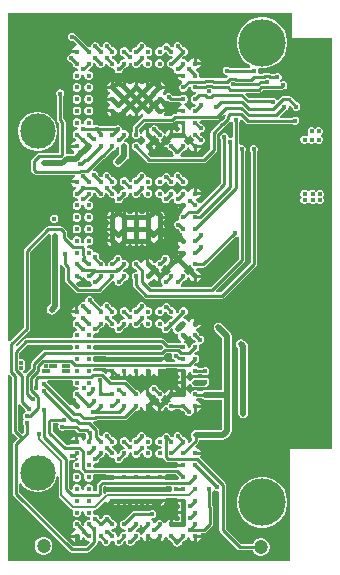
<source format=gbr>
G04*
G04 #@! TF.GenerationSoftware,Altium Limited,Altium Designer,24.9.1 (31)*
G04*
G04 Layer_Physical_Order=4*
G04 Layer_Color=16711680*
%FSLAX44Y44*%
%MOMM*%
G71*
G04*
G04 #@! TF.SameCoordinates,5A5FE6A1-42EB-4B62-8C37-2C097A76047A*
G04*
G04*
G04 #@! TF.FilePolarity,Positive*
G04*
G01*
G75*
%ADD12C,0.1500*%
%ADD28C,0.2200*%
%ADD31C,0.4000*%
%ADD32C,0.5000*%
%ADD33C,1.2000*%
%ADD34C,4.0000*%
%ADD35C,0.4000*%
%ADD36C,0.4500*%
%ADD37C,3.0000*%
G36*
X240000Y443000D02*
X274000D01*
Y95000D01*
X239000D01*
Y0D01*
X0D01*
Y157392D01*
X1500Y158013D01*
X3349Y156164D01*
Y110000D01*
X3349Y110000D01*
X3551Y108986D01*
X4126Y108125D01*
X8251Y104000D01*
X5125Y100875D01*
X4551Y100014D01*
X4349Y99000D01*
X4349Y99000D01*
Y57000D01*
X4349Y57000D01*
X4551Y55985D01*
X5125Y55125D01*
X52126Y8126D01*
X52126Y8126D01*
X52986Y7551D01*
X54000Y7349D01*
X67000D01*
X67000Y7349D01*
X68014Y7551D01*
X68875Y8126D01*
X75024Y14275D01*
X75599Y15136D01*
X75801Y16150D01*
X75801Y16150D01*
Y16653D01*
X77301Y17655D01*
X77554Y17550D01*
X78301D01*
X79500Y16351D01*
Y15904D01*
X80033Y14617D01*
X81017Y13633D01*
X82304Y13100D01*
X83696D01*
X84983Y13633D01*
X85967Y14617D01*
X86500Y15904D01*
Y16363D01*
X87490Y17478D01*
X87886Y17550D01*
X88714D01*
X89110Y17478D01*
X90100Y16363D01*
Y15904D01*
X90633Y14617D01*
X91617Y13633D01*
X92904Y13100D01*
X94296D01*
X95583Y13633D01*
X96567Y14617D01*
X97100Y15904D01*
X98322Y17023D01*
X99559Y16972D01*
X100100Y16363D01*
Y15904D01*
X100633Y14617D01*
X101617Y13633D01*
X102904Y13100D01*
X104296D01*
X105583Y13633D01*
X106567Y14617D01*
X107100Y15904D01*
Y16351D01*
X108299Y17550D01*
X109046D01*
X110424Y18121D01*
X111479Y19176D01*
X112050Y20554D01*
X113510Y20458D01*
Y20347D01*
X114239Y18587D01*
X115587Y17239D01*
X117030Y16641D01*
Y21300D01*
X119570D01*
Y16641D01*
X121013Y17239D01*
X122361Y18587D01*
X122488Y18894D01*
X124112D01*
X124239Y18587D01*
X125587Y17239D01*
X127030Y16641D01*
Y21300D01*
X129570D01*
Y16641D01*
X131013Y17239D01*
X132361Y18587D01*
X133090Y20347D01*
Y20457D01*
X134550Y20554D01*
X135121Y19176D01*
X136176Y18121D01*
X137554Y17550D01*
X137761D01*
X138922Y16600D01*
X139232Y15039D01*
X140116Y13716D01*
X141439Y12832D01*
X143000Y12522D01*
X143300D01*
X144861Y12832D01*
X146184Y13716D01*
X147068Y15039D01*
X147378Y16600D01*
X148539Y17550D01*
X149046D01*
X150424Y18121D01*
X151479Y19176D01*
X152050Y20554D01*
X153510Y20458D01*
Y20347D01*
X154239Y18587D01*
X155587Y17239D01*
X157030Y16641D01*
Y21300D01*
X158300D01*
Y22570D01*
X162959D01*
X162904Y22702D01*
X163737Y23949D01*
X165850D01*
X165850Y23949D01*
X166864Y24151D01*
X167724Y24725D01*
X172624Y29625D01*
X172624Y29625D01*
X173199Y30485D01*
X173401Y31500D01*
X173401Y31500D01*
Y45631D01*
X173401Y45631D01*
X173199Y46646D01*
X172651Y47466D01*
Y58701D01*
X172967Y59017D01*
X173244Y59685D01*
X174802Y60140D01*
X174926Y60125D01*
X175017Y60033D01*
X176304Y59500D01*
X177696D01*
X177702Y59502D01*
X178949Y58669D01*
Y26400D01*
X178949Y26400D01*
X179151Y25385D01*
X179725Y24525D01*
X194125Y10126D01*
X194125Y10125D01*
X194986Y9551D01*
X196000Y9349D01*
X196000Y9349D01*
X206946D01*
X207011Y9105D01*
X207999Y7395D01*
X209395Y5998D01*
X211105Y5011D01*
X213013Y4500D01*
X214987D01*
X216895Y5011D01*
X218605Y5998D01*
X220002Y7395D01*
X220989Y9105D01*
X221500Y11013D01*
Y12987D01*
X220989Y14895D01*
X220002Y16605D01*
X218605Y18002D01*
X216895Y18989D01*
X214987Y19500D01*
X213013D01*
X211105Y18989D01*
X209395Y18002D01*
X207999Y16605D01*
X207011Y14895D01*
X206946Y14651D01*
X197098D01*
X184251Y27498D01*
Y64905D01*
X184049Y65920D01*
X183475Y66780D01*
X183474Y66780D01*
X163145Y87109D01*
X163005Y87203D01*
X161991Y88217D01*
X162361Y88587D01*
X162959Y90030D01*
X158300D01*
Y92570D01*
X162959D01*
X162361Y94013D01*
X161013Y95361D01*
X159253Y96090D01*
X158960D01*
X158339Y97590D01*
X160574Y99825D01*
X160574Y99825D01*
X161149Y100686D01*
X161351Y101700D01*
Y102922D01*
X182142D01*
X182142Y102922D01*
X183703Y103232D01*
X185026Y104116D01*
X187955Y107045D01*
X187955Y107045D01*
X188839Y108368D01*
X189149Y109929D01*
Y141000D01*
Y190929D01*
X189149Y190929D01*
X188839Y192490D01*
X187955Y193813D01*
X180884Y200884D01*
X179561Y201768D01*
X178000Y202078D01*
X176439Y201768D01*
X175116Y200884D01*
X174232Y199561D01*
X173922Y198000D01*
X174232Y196439D01*
X175116Y195116D01*
X180993Y189240D01*
Y145078D01*
X167000D01*
X165439Y144768D01*
X164116Y143884D01*
X164061Y143801D01*
X161102D01*
X160424Y144479D01*
X159046Y145050D01*
X157554D01*
X156176Y144479D01*
X155121Y143424D01*
X154550Y142046D01*
X153090Y142142D01*
Y142253D01*
X152361Y144013D01*
X151013Y145361D01*
X150706Y145488D01*
Y147112D01*
X151013Y147239D01*
X152361Y148587D01*
X152949Y150008D01*
X154476Y150022D01*
X154532Y149739D01*
X155416Y148416D01*
X156739Y147532D01*
X158300Y147222D01*
X165813D01*
X167374Y147532D01*
X168697Y148416D01*
X169363Y149413D01*
X169967Y150017D01*
X170500Y151304D01*
Y152696D01*
X169967Y153983D01*
X168983Y154967D01*
X167696Y155500D01*
X166304D01*
X165946Y155352D01*
X165813Y155378D01*
X158300D01*
X156739Y155068D01*
X155416Y154184D01*
X154532Y152861D01*
X154476Y152578D01*
X152949Y152592D01*
X152361Y154013D01*
X151013Y155361D01*
X150706Y155488D01*
Y157112D01*
X151013Y157239D01*
X152361Y158587D01*
X153090Y160347D01*
Y160458D01*
X154550Y160554D01*
X155121Y159176D01*
X156176Y158121D01*
X157554Y157550D01*
X159046D01*
X160424Y158121D01*
X160952Y158649D01*
X164401D01*
X165017Y158033D01*
X166304Y157500D01*
X167696D01*
X168983Y158033D01*
X169967Y159017D01*
X170500Y160304D01*
Y161696D01*
X169967Y162983D01*
X168983Y163967D01*
X167696Y164500D01*
X166304D01*
X165017Y163967D01*
X165001Y163951D01*
X160952D01*
X160424Y164479D01*
X159046Y165050D01*
X157920D01*
X157268Y166124D01*
X157185Y166436D01*
X157377Y166628D01*
X157377Y166628D01*
X157377Y166628D01*
X158299Y167550D01*
X159046D01*
X160424Y168121D01*
X161479Y169176D01*
X162050Y170554D01*
Y172046D01*
X161479Y173424D01*
X160424Y174479D01*
X159046Y175050D01*
X157920D01*
X157268Y176124D01*
X157185Y176436D01*
X158299Y177550D01*
X159046D01*
X160424Y178121D01*
X161479Y179176D01*
X162050Y180554D01*
Y182046D01*
X161803Y182642D01*
X162763Y184100D01*
X163296D01*
X164583Y184633D01*
X165567Y185617D01*
X166100Y186904D01*
Y188296D01*
X165567Y189583D01*
X164583Y190567D01*
X163296Y191100D01*
X162549D01*
X162050Y191599D01*
Y192046D01*
X161479Y193424D01*
X160424Y194479D01*
X159046Y195050D01*
X159142Y196510D01*
X159253D01*
X161013Y197239D01*
X162361Y198587D01*
X162959Y200030D01*
X158300D01*
Y201300D01*
X157030D01*
Y205959D01*
X155587Y205361D01*
X154239Y204013D01*
X153651Y202592D01*
X152124Y202578D01*
X152068Y202861D01*
X151184Y204184D01*
X149861Y205068D01*
X148786Y205282D01*
X148178Y206594D01*
X148155Y206820D01*
X148704Y207550D01*
X149046D01*
X150424Y208121D01*
X151479Y209176D01*
X152050Y210554D01*
Y212046D01*
X151479Y213424D01*
X150424Y214479D01*
X149046Y215050D01*
X147554D01*
X146176Y214479D01*
X145121Y213424D01*
X144550Y212046D01*
Y211299D01*
X143436Y210185D01*
X143124Y210268D01*
X142050Y210920D01*
Y212046D01*
X141479Y213424D01*
X140424Y214479D01*
X139046Y215050D01*
X137999D01*
X137500Y215549D01*
Y215696D01*
X136967Y216983D01*
X135983Y217967D01*
X134696Y218500D01*
X133304D01*
X132017Y217967D01*
X131033Y216983D01*
X130633Y216016D01*
X129879Y215420D01*
X129046Y215050D01*
X127554D01*
X126176Y214479D01*
X125121Y213424D01*
X124550Y212046D01*
Y210554D01*
X125121Y209176D01*
X126176Y208121D01*
X127554Y207550D01*
X129046D01*
X130424Y208121D01*
X131479Y209176D01*
X132050Y210554D01*
Y210669D01*
X133243Y211466D01*
X134550Y210883D01*
Y210554D01*
X135121Y209176D01*
X136176Y208121D01*
X137554Y207550D01*
X138680D01*
X139332Y206476D01*
X139415Y206164D01*
X138301Y205050D01*
X137554D01*
X136176Y204479D01*
X135121Y203424D01*
X134550Y202046D01*
X133214Y200903D01*
X132283Y201023D01*
X132050Y201370D01*
Y202046D01*
X131479Y203424D01*
X130424Y204479D01*
X129046Y205050D01*
X127554D01*
X126176Y204479D01*
X125121Y203424D01*
X124550Y202046D01*
Y200554D01*
X125121Y199176D01*
X126176Y198121D01*
X127554Y197550D01*
X128714D01*
X129110Y197477D01*
X130100Y196363D01*
Y195904D01*
X130633Y194617D01*
X131617Y193633D01*
X132904Y193100D01*
X134296D01*
X135583Y193633D01*
X136567Y194617D01*
X137100Y195904D01*
Y196351D01*
X138152Y197403D01*
X138588Y197325D01*
X139390Y196702D01*
X139608Y196164D01*
X139832Y195039D01*
X140716Y193716D01*
X142039Y192832D01*
X142124Y192815D01*
X143510Y192253D01*
X143510Y190347D01*
X144239Y188587D01*
X145587Y187239D01*
X146484Y186868D01*
X146576Y186713D01*
X146671Y185167D01*
X146125Y184814D01*
X145438Y184951D01*
X145438Y184951D01*
X135257D01*
X132184Y188025D01*
X131323Y188599D01*
X130309Y188801D01*
X130309Y188801D01*
X72947D01*
X71945Y190301D01*
X72050Y190554D01*
Y191830D01*
X72410Y192366D01*
X73237Y193100D01*
X74296D01*
X75583Y193633D01*
X76567Y194617D01*
X77100Y195904D01*
Y196351D01*
X78299Y197550D01*
X79046D01*
X80424Y198121D01*
X81479Y199176D01*
X82050Y200554D01*
Y201230D01*
X82283Y201577D01*
X83214Y201696D01*
X84550Y200554D01*
X85121Y199176D01*
X86176Y198121D01*
X87554Y197550D01*
X88714D01*
X89110Y197477D01*
X90100Y196363D01*
Y195904D01*
X90633Y194617D01*
X91617Y193633D01*
X92904Y193100D01*
X94296D01*
X95583Y193633D01*
X96567Y194617D01*
X97100Y195904D01*
Y196351D01*
X98299Y197550D01*
X99046D01*
X100424Y198121D01*
X101479Y199176D01*
X102050Y200554D01*
Y201401D01*
X102777Y202074D01*
X103474Y202418D01*
X104324Y202166D01*
X104550Y201830D01*
Y200554D01*
X105121Y199176D01*
X106176Y198121D01*
X107554Y197550D01*
X109046D01*
X110424Y198121D01*
X111479Y199176D01*
X112050Y200554D01*
X113386Y201696D01*
X114317Y201577D01*
X114550Y201230D01*
Y200554D01*
X115121Y199176D01*
X116176Y198121D01*
X117554Y197550D01*
X119046D01*
X120424Y198121D01*
X121479Y199176D01*
X122050Y200554D01*
Y202046D01*
X121479Y203424D01*
X120424Y204479D01*
X119046Y205050D01*
X118199D01*
X117526Y205777D01*
X117182Y206474D01*
X117434Y207324D01*
X117770Y207550D01*
X119046D01*
X120424Y208121D01*
X121479Y209176D01*
X122050Y210554D01*
Y212046D01*
X121479Y213424D01*
X120424Y214479D01*
X119046Y215050D01*
X117886D01*
X117490Y215123D01*
X116500Y216237D01*
Y216696D01*
X115967Y217983D01*
X114983Y218967D01*
X113696Y219500D01*
X112304D01*
X111017Y218967D01*
X110033Y217983D01*
X109500Y216696D01*
Y216249D01*
X108301Y215050D01*
X107554D01*
X106176Y214479D01*
X105121Y213424D01*
X104550Y212046D01*
Y211370D01*
X104317Y211023D01*
X103386Y210903D01*
X102050Y212046D01*
X101479Y213424D01*
X100424Y214479D01*
X99046Y215050D01*
X97554D01*
X96176Y214479D01*
X95121Y213424D01*
X94550Y212046D01*
Y210554D01*
X95121Y209176D01*
X96176Y208121D01*
X97554Y207550D01*
X98697Y206214D01*
X98577Y205283D01*
X98230Y205050D01*
X97554D01*
X96176Y204479D01*
X95121Y203424D01*
X94550Y202046D01*
X93214Y200903D01*
X92283Y201023D01*
X92050Y201370D01*
Y202046D01*
X91479Y203424D01*
X90424Y204479D01*
X89046Y205050D01*
X87903Y206386D01*
X88023Y207317D01*
X88370Y207550D01*
X89046D01*
X90424Y208121D01*
X91479Y209176D01*
X92050Y210554D01*
Y212046D01*
X91479Y213424D01*
X90424Y214479D01*
X89046Y215050D01*
X88299D01*
X87100Y216249D01*
Y216696D01*
X86567Y217983D01*
X85583Y218967D01*
X84296Y219500D01*
X82904D01*
X81617Y218967D01*
X80633Y217983D01*
X80100Y216696D01*
Y216237D01*
X79696Y215782D01*
X77845Y215704D01*
X72500Y221049D01*
Y221696D01*
X71967Y222983D01*
X70983Y223967D01*
X69696Y224500D01*
X68304D01*
X67017Y223967D01*
X66033Y222983D01*
X65500Y221696D01*
Y220625D01*
X64491Y219630D01*
X64296Y219500D01*
X62904D01*
X61617Y218967D01*
X60633Y217983D01*
X60336Y217265D01*
X59570Y216434D01*
Y211300D01*
X58300D01*
Y210030D01*
X53642D01*
X54239Y208587D01*
X55587Y207239D01*
X57347Y206510D01*
X57458D01*
X57554Y205050D01*
X56176Y204479D01*
X55121Y203424D01*
X54550Y202046D01*
Y200554D01*
X55121Y199176D01*
X56176Y198121D01*
X57554Y197550D01*
X58697Y196214D01*
X58577Y195283D01*
X58230Y195050D01*
X57554D01*
X56176Y194479D01*
X55121Y193424D01*
X54550Y192046D01*
Y190554D01*
X54655Y190301D01*
X53653Y188801D01*
X15139D01*
X14124Y188599D01*
X13264Y188025D01*
X7812Y182573D01*
X6185Y183066D01*
X6124Y183375D01*
X17874Y195126D01*
X18449Y195986D01*
X18651Y197000D01*
X18651Y197000D01*
Y261902D01*
X34332Y277583D01*
X35043Y277482D01*
X35253Y277320D01*
X36095Y275870D01*
X35922Y275000D01*
Y217689D01*
X34116Y215884D01*
X33232Y214561D01*
X32922Y213000D01*
X33232Y211439D01*
X34116Y210116D01*
X35439Y209232D01*
X37000Y208922D01*
X38561Y209232D01*
X39884Y210116D01*
X42884Y213116D01*
X42884Y213116D01*
X43768Y214439D01*
X44078Y216000D01*
X44078Y216000D01*
Y250700D01*
X45551Y250986D01*
X46125Y250126D01*
X48349Y247902D01*
Y238000D01*
X48349Y238000D01*
X48551Y236985D01*
X49125Y236126D01*
X57126Y228125D01*
X57986Y227551D01*
X59000Y227349D01*
X77000D01*
X77000Y227349D01*
X78014Y227551D01*
X78875Y228125D01*
X87794Y237045D01*
X89559Y236972D01*
X90100Y236363D01*
Y235904D01*
X90633Y234617D01*
X91617Y233633D01*
X92904Y233100D01*
X94296D01*
X95583Y233633D01*
X96567Y234617D01*
X97100Y235904D01*
Y236351D01*
X98299Y237550D01*
X99046D01*
X100424Y238121D01*
X101479Y239176D01*
X102050Y240554D01*
Y242046D01*
X101479Y243424D01*
X100424Y244479D01*
X99046Y245050D01*
X98141D01*
X97857Y245155D01*
X97268Y246124D01*
X97185Y246436D01*
X98299Y247550D01*
X99046D01*
X100424Y248121D01*
X101479Y249176D01*
X102050Y250554D01*
Y252046D01*
X101479Y253424D01*
X100424Y254479D01*
X99046Y255050D01*
X97886D01*
X97490Y255123D01*
X96500Y256237D01*
Y256696D01*
X95967Y257983D01*
X94983Y258967D01*
X93696Y259500D01*
X92304D01*
X91017Y258967D01*
X90033Y257983D01*
X89500Y256696D01*
Y256249D01*
X88301Y255050D01*
X87554D01*
X86176Y254479D01*
X85121Y253424D01*
X84550Y252046D01*
Y250554D01*
X83379Y249617D01*
X83221D01*
X83048Y249755D01*
X82050Y250971D01*
Y252046D01*
X81479Y253424D01*
X80424Y254479D01*
X79046Y255050D01*
X78299D01*
X76791Y256558D01*
X77100Y257304D01*
Y258696D01*
X76567Y259983D01*
X75583Y260967D01*
X74296Y261500D01*
X72904D01*
X72881Y261491D01*
X72050Y262046D01*
X71479Y263424D01*
X70424Y264479D01*
X69046Y265050D01*
X67554D01*
X67487Y265055D01*
X66328Y265784D01*
X66118Y266521D01*
X67363Y267629D01*
X67554Y267550D01*
X69046D01*
X70424Y268121D01*
X71479Y269176D01*
X72050Y270554D01*
Y272046D01*
X71479Y273424D01*
X70424Y274479D01*
X69046Y275050D01*
X67554D01*
X66176Y274479D01*
X65121Y273424D01*
X64550Y272046D01*
Y270554D01*
X64637Y270343D01*
X63537Y269081D01*
X62789Y269276D01*
X62064Y270410D01*
X62050Y270554D01*
Y272046D01*
X61479Y273424D01*
X60424Y274479D01*
X59046Y275050D01*
X57554D01*
X56176Y274479D01*
X55121Y273424D01*
X54630Y272240D01*
X53816Y271876D01*
X53050Y271699D01*
X49651Y275098D01*
Y279000D01*
X49651Y279000D01*
X49449Y280014D01*
X48875Y280875D01*
X48874Y280875D01*
X46874Y282875D01*
X46014Y283449D01*
X45000Y283651D01*
X45000Y283651D01*
X34000D01*
X34000Y283651D01*
X32985Y283449D01*
X32125Y282875D01*
X14125Y264874D01*
X13551Y264014D01*
X13349Y263000D01*
X13349Y263000D01*
Y198098D01*
X1500Y186249D01*
X0Y186870D01*
Y464000D01*
X240000D01*
Y443000D01*
D02*
G37*
G36*
X65121Y239176D02*
X66176Y238121D01*
X67554Y237550D01*
X68714D01*
X69110Y237477D01*
X70100Y236363D01*
Y235904D01*
X70633Y234617D01*
X71099Y234151D01*
X70478Y232651D01*
X60098D01*
X57739Y235010D01*
X58360Y236510D01*
X59253D01*
X61013Y237239D01*
X62361Y238587D01*
X63090Y240347D01*
Y240458D01*
X64550Y240554D01*
X65121Y239176D01*
D02*
G37*
G36*
X155121Y189176D02*
X156176Y188121D01*
X157554Y187550D01*
X158427D01*
X159164Y186283D01*
X158244Y185050D01*
X157554D01*
X156176Y184479D01*
X155121Y183424D01*
X154550Y182046D01*
Y181299D01*
X153436Y180185D01*
X153124Y180268D01*
X152050Y180920D01*
Y182046D01*
X151479Y183424D01*
X150424Y184479D01*
X149046Y185050D01*
X149143Y186510D01*
X149253D01*
X151013Y187239D01*
X152361Y188587D01*
X153090Y190347D01*
Y190458D01*
X154550Y190554D01*
X155121Y189176D01*
D02*
G37*
G36*
X83298Y182570D02*
X88300D01*
Y180030D01*
X83622D01*
X82801Y178801D01*
X72947D01*
X71945Y180301D01*
X72050Y180554D01*
Y182046D01*
X73072Y183499D01*
X82677D01*
X83298Y182570D01*
D02*
G37*
G36*
X54550Y182046D02*
Y180554D01*
X54655Y180301D01*
X53653Y178801D01*
X30917D01*
X30917Y178801D01*
X29903Y178599D01*
X29043Y178025D01*
X19826Y168807D01*
X19251Y167947D01*
X19049Y166933D01*
X19049Y166933D01*
Y163798D01*
X14791Y159540D01*
X12734Y159560D01*
X12693Y159603D01*
X12977Y161031D01*
X12983Y161033D01*
X13967Y162017D01*
X14500Y163304D01*
Y164696D01*
X13967Y165983D01*
X13950Y166000D01*
X13967Y166017D01*
X14500Y167304D01*
Y168696D01*
X13967Y169983D01*
X12983Y170967D01*
X11696Y171500D01*
X10304D01*
X10298Y171498D01*
X9051Y172331D01*
Y176313D01*
X16237Y183499D01*
X53528D01*
X54550Y182046D01*
D02*
G37*
G36*
X138502Y174702D02*
X138500Y174696D01*
Y173304D01*
X139033Y172017D01*
X140017Y171033D01*
X141304Y170500D01*
X141181Y169051D01*
X133903D01*
X133249Y170030D01*
X128300D01*
Y172570D01*
X132959D01*
X132361Y174013D01*
X131991Y174383D01*
X133557Y175949D01*
X137669D01*
X138502Y174702D01*
D02*
G37*
G36*
X83298Y172570D02*
X88300D01*
Y170030D01*
X83351D01*
X82697Y169051D01*
X73051D01*
X72049Y170551D01*
X72050Y170554D01*
Y172046D01*
X73072Y173499D01*
X82677D01*
X83298Y172570D01*
D02*
G37*
G36*
X143568Y162570D02*
X148300D01*
Y160030D01*
X143642D01*
X144239Y158587D01*
X145587Y157239D01*
X145894Y157112D01*
Y155488D01*
X145587Y155361D01*
X144239Y154013D01*
X143641Y152570D01*
X148300D01*
Y150030D01*
X143641D01*
X144239Y148587D01*
X145587Y147239D01*
X145894Y147112D01*
Y145488D01*
X145587Y145361D01*
X144239Y144013D01*
X144112Y143706D01*
X142488D01*
X142361Y144013D01*
X141013Y145361D01*
X139570Y145959D01*
Y141300D01*
X137030D01*
Y145959D01*
X135587Y145361D01*
X134239Y144013D01*
X133510Y142253D01*
Y142142D01*
X132050Y142046D01*
X131479Y143424D01*
X130424Y144479D01*
X129046Y145050D01*
X128299D01*
X127100Y146249D01*
Y146696D01*
X126567Y147983D01*
X125583Y148967D01*
X124296Y149500D01*
X122904D01*
X121617Y148967D01*
X120633Y147983D01*
X120336Y147265D01*
X119570Y146434D01*
Y141300D01*
X117030D01*
Y145958D01*
X115587Y145361D01*
X114239Y144013D01*
X113510Y142253D01*
Y142142D01*
X112050Y142046D01*
X111479Y143424D01*
X110424Y144479D01*
X109046Y145050D01*
X108299D01*
X100475Y152874D01*
X99614Y153449D01*
X98600Y153651D01*
X98600Y153651D01*
X87603D01*
X85675Y155579D01*
X86525Y156851D01*
X87030Y156641D01*
Y160030D01*
X83642D01*
X83850Y159525D01*
X82579Y158675D01*
X81280Y159974D01*
X80420Y160549D01*
X79405Y160751D01*
X79405Y160751D01*
X72050D01*
Y162046D01*
X71966Y162249D01*
X72968Y163749D01*
X82780D01*
X83568Y162570D01*
X88300D01*
Y161300D01*
X89570D01*
Y156641D01*
X91013Y157239D01*
X92361Y158587D01*
X92488Y158894D01*
X94112D01*
X94239Y158587D01*
X95587Y157239D01*
X97030Y156641D01*
Y161300D01*
X99570D01*
Y156641D01*
X101013Y157239D01*
X102361Y158587D01*
X102488Y158894D01*
X104112D01*
X104239Y158587D01*
X105587Y157239D01*
X107030Y156641D01*
Y161300D01*
X109570D01*
Y156641D01*
X111013Y157239D01*
X112361Y158587D01*
X112488Y158894D01*
X114112D01*
X114239Y158587D01*
X115587Y157239D01*
X117030Y156641D01*
Y161300D01*
X119570D01*
Y156641D01*
X121013Y157239D01*
X122361Y158587D01*
X122488Y158894D01*
X124112D01*
X124239Y158587D01*
X125587Y157239D01*
X127030Y156641D01*
Y161300D01*
X128300D01*
Y162570D01*
X133032D01*
X133820Y163749D01*
X142780D01*
X143568Y162570D01*
D02*
G37*
G36*
X125121Y139176D02*
X126176Y138121D01*
X127554Y137550D01*
X127458Y136090D01*
X127347D01*
X125587Y135361D01*
X124239Y134013D01*
X124112Y133706D01*
X122488D01*
X122361Y134013D01*
X121013Y135361D01*
X120706Y135488D01*
Y137112D01*
X121013Y137239D01*
X122361Y138587D01*
X123090Y140347D01*
Y140458D01*
X124550Y140554D01*
X125121Y139176D01*
D02*
G37*
G36*
X54573Y152102D02*
X54550Y152046D01*
Y150554D01*
X55121Y149176D01*
X56176Y148121D01*
X57554Y147550D01*
X59046D01*
X59653Y147124D01*
X59729Y146391D01*
X59597Y146132D01*
X58382Y145050D01*
X57554D01*
X56176Y144479D01*
X55121Y143424D01*
X54550Y142046D01*
Y140554D01*
X55121Y139176D01*
X56176Y138121D01*
X57554Y137550D01*
X57457Y136090D01*
X57347D01*
X55587Y135361D01*
X54239Y134013D01*
X53689Y132686D01*
X52124Y132130D01*
X33780Y150475D01*
X33725Y150511D01*
X33472Y150764D01*
X33022Y151849D01*
X33261Y152515D01*
X33722Y153349D01*
X53740D01*
X54573Y152102D01*
D02*
G37*
G36*
X133510Y140457D02*
Y140347D01*
X134239Y138587D01*
X135587Y137239D01*
X137347Y136510D01*
X137458D01*
X137554Y135050D01*
X136176Y134479D01*
X135121Y133424D01*
X134550Y132046D01*
X133090Y132142D01*
Y132253D01*
X132361Y134013D01*
X131013Y135361D01*
X129253Y136090D01*
X129143D01*
X129046Y137550D01*
X130424Y138121D01*
X131479Y139176D01*
X132050Y140554D01*
X133510Y140457D01*
D02*
G37*
G36*
X164116Y138116D02*
X165439Y137232D01*
X167000Y136922D01*
X180993D01*
Y111618D01*
X180453Y111078D01*
X159000D01*
X157439Y110768D01*
X156116Y109884D01*
X155232Y108561D01*
X154922Y107000D01*
X155232Y105439D01*
X156049Y104217D01*
Y102798D01*
X153436Y100185D01*
X153124Y100268D01*
X152050Y100920D01*
Y102046D01*
X151479Y103424D01*
X150424Y104479D01*
X149046Y105050D01*
X148299D01*
X147100Y106249D01*
Y106696D01*
X146567Y107983D01*
X145583Y108967D01*
X144296Y109500D01*
X142904D01*
X141617Y108967D01*
X140633Y107983D01*
X140100Y106696D01*
Y106237D01*
X139355Y105398D01*
X138209Y105352D01*
X137500Y105696D01*
X136967Y106983D01*
X135983Y107967D01*
X134696Y108500D01*
X133304D01*
X132017Y107967D01*
X131033Y106983D01*
X130633Y106016D01*
X129879Y105420D01*
X129046Y105050D01*
X127554D01*
X126176Y104479D01*
X125121Y103424D01*
X124550Y102046D01*
Y100554D01*
X125121Y99176D01*
X126176Y98121D01*
X127554Y97550D01*
X129046D01*
X129983Y96379D01*
Y96221D01*
X129845Y96048D01*
X128629Y95050D01*
X127554D01*
X126176Y94479D01*
X125121Y93424D01*
X124550Y92046D01*
Y90554D01*
X125121Y89176D01*
X126176Y88121D01*
X127554Y87550D01*
X129046D01*
X129436Y87712D01*
X130904Y87547D01*
X131355Y87006D01*
X131575Y86676D01*
X133675Y84576D01*
X133675Y84576D01*
X134536Y84001D01*
X135550Y83799D01*
X142801D01*
X143622Y82570D01*
X148300D01*
Y80030D01*
X143228D01*
X142403Y79101D01*
X73072D01*
X72050Y80554D01*
Y81830D01*
X72410Y82366D01*
X73237Y83100D01*
X74296D01*
X75583Y83633D01*
X76567Y84617D01*
X77100Y85904D01*
Y86351D01*
X78299Y87550D01*
X79046D01*
X80424Y88121D01*
X81479Y89176D01*
X82050Y90554D01*
Y91230D01*
X82283Y91577D01*
X83214Y91697D01*
X84550Y90554D01*
X85121Y89176D01*
X86176Y88121D01*
X87554Y87550D01*
X88714D01*
X89110Y87477D01*
X90100Y86363D01*
Y85904D01*
X90633Y84617D01*
X91617Y83633D01*
X92904Y83100D01*
X94296D01*
X95583Y83633D01*
X96567Y84617D01*
X97100Y85904D01*
Y86351D01*
X98299Y87550D01*
X99046D01*
X100424Y88121D01*
X101479Y89176D01*
X102050Y90554D01*
Y91401D01*
X102777Y92074D01*
X103474Y92418D01*
X104324Y92166D01*
X104550Y91830D01*
Y90554D01*
X105121Y89176D01*
X106176Y88121D01*
X107554Y87550D01*
X109046D01*
X110424Y88121D01*
X111479Y89176D01*
X112050Y90554D01*
X113386Y91697D01*
X114317Y91577D01*
X114550Y91230D01*
Y90554D01*
X115121Y89176D01*
X116176Y88121D01*
X117554Y87550D01*
X119046D01*
X120424Y88121D01*
X121479Y89176D01*
X122050Y90554D01*
Y92046D01*
X121479Y93424D01*
X120424Y94479D01*
X119046Y95050D01*
X118199D01*
X117526Y95777D01*
X117182Y96474D01*
X117434Y97324D01*
X117770Y97550D01*
X119046D01*
X120424Y98121D01*
X121479Y99176D01*
X122050Y100554D01*
Y102046D01*
X121479Y103424D01*
X120424Y104479D01*
X119046Y105050D01*
X117886D01*
X117490Y105122D01*
X116500Y106237D01*
Y106696D01*
X115967Y107983D01*
X114983Y108967D01*
X113696Y109500D01*
X112304D01*
X111017Y108967D01*
X110033Y107983D01*
X109500Y106696D01*
Y106249D01*
X108301Y105050D01*
X107554D01*
X106176Y104479D01*
X105121Y103424D01*
X104550Y102046D01*
Y101370D01*
X104317Y101023D01*
X103386Y100903D01*
X102050Y102046D01*
X101479Y103424D01*
X100424Y104479D01*
X99046Y105050D01*
X97554D01*
X96176Y104479D01*
X95121Y103424D01*
X94550Y102046D01*
Y100554D01*
X95121Y99176D01*
X96176Y98121D01*
X97554Y97550D01*
X98697Y96214D01*
X98577Y95283D01*
X98230Y95050D01*
X97554D01*
X96176Y94479D01*
X95121Y93424D01*
X94550Y92046D01*
X93214Y90903D01*
X92283Y91023D01*
X92050Y91370D01*
Y92046D01*
X91479Y93424D01*
X90424Y94479D01*
X89046Y95050D01*
X87903Y96386D01*
X88023Y97317D01*
X88370Y97550D01*
X89046D01*
X90424Y98121D01*
X91479Y99176D01*
X92050Y100554D01*
Y102046D01*
X91479Y103424D01*
X90424Y104479D01*
X89046Y105050D01*
X88299D01*
X87100Y106249D01*
Y106696D01*
X86567Y107983D01*
X85583Y108967D01*
X84296Y109500D01*
X82904D01*
X81617Y108967D01*
X80633Y107983D01*
X80100Y106696D01*
Y106237D01*
X79836Y105940D01*
X78472Y105871D01*
X77253Y107045D01*
Y111107D01*
X77253Y111107D01*
X77051Y112121D01*
X76477Y112981D01*
X72095Y117363D01*
X72669Y118749D01*
X73905D01*
X73905Y118749D01*
X74920Y118951D01*
X75516Y119349D01*
X99000D01*
X99000Y119349D01*
X100014Y119551D01*
X100875Y120126D01*
X108299Y127550D01*
X109046D01*
X110424Y128121D01*
X111479Y129176D01*
X112050Y130554D01*
X113510Y130458D01*
Y130347D01*
X114239Y128587D01*
X115587Y127239D01*
X117030Y126641D01*
Y131300D01*
X119570D01*
Y126641D01*
X121013Y127239D01*
X122361Y128587D01*
X122488Y128894D01*
X124112D01*
X124239Y128587D01*
X125587Y127239D01*
X127030Y126641D01*
Y131300D01*
X129570D01*
Y126641D01*
X131013Y127239D01*
X132361Y128587D01*
X133090Y130347D01*
Y130457D01*
X134550Y130554D01*
X135121Y129176D01*
X136176Y128121D01*
X137554Y127550D01*
X139046D01*
X140424Y128121D01*
X140952Y128649D01*
X145648D01*
X146176Y128121D01*
X147554Y127550D01*
X148301D01*
X149500Y126351D01*
Y125904D01*
X150033Y124617D01*
X151017Y123633D01*
X152304Y123100D01*
X153696D01*
X154983Y123633D01*
X155967Y124617D01*
X156264Y125335D01*
X157030Y126166D01*
Y131300D01*
X158300D01*
Y132570D01*
X162959D01*
X162361Y134013D01*
X161013Y135361D01*
X159253Y136090D01*
X159143D01*
X159046Y137550D01*
X160424Y138121D01*
X160802Y138499D01*
X163860D01*
X164116Y138116D01*
D02*
G37*
G36*
X14500Y128751D02*
Y128304D01*
X15033Y127017D01*
X14017Y125967D01*
X13033Y124983D01*
X12500Y123696D01*
Y122304D01*
X13033Y121017D01*
X13800Y120250D01*
X13033Y119483D01*
X12500Y118196D01*
Y116804D01*
X13033Y115517D01*
X13349Y115201D01*
Y109098D01*
X12000Y107749D01*
X8651Y111098D01*
Y132632D01*
X10042Y133097D01*
X10151Y133100D01*
X14500Y128751D01*
D02*
G37*
G36*
X42738Y116515D02*
X42977Y115849D01*
X42500Y114696D01*
Y113304D01*
X43033Y112017D01*
X44017Y111033D01*
X45304Y110500D01*
X46696D01*
X47983Y111033D01*
X48299Y111349D01*
X56391D01*
X58606Y109135D01*
X58606Y109135D01*
X59466Y108560D01*
X60480Y108358D01*
X60480Y108358D01*
X65500D01*
Y108304D01*
X66033Y107017D01*
X66349Y106701D01*
Y104551D01*
X66176Y104479D01*
X65121Y103424D01*
X64550Y102046D01*
X63090Y102142D01*
Y102253D01*
X62361Y104013D01*
X61013Y105361D01*
X59570Y105959D01*
Y101300D01*
X58300D01*
Y100030D01*
X53566D01*
X52779Y98853D01*
X48896D01*
X37651Y110098D01*
Y117349D01*
X42278D01*
X42738Y116515D01*
D02*
G37*
G36*
X59520Y87217D02*
Y86354D01*
X58158Y85050D01*
X57554D01*
X56176Y84479D01*
X55121Y83424D01*
X54550Y82046D01*
Y80554D01*
X55121Y79176D01*
X56176Y78121D01*
X57554Y77550D01*
X59046D01*
X59166Y77600D01*
X60701Y77574D01*
X61276Y76714D01*
X63414Y74576D01*
X63414Y74576D01*
X63950Y74218D01*
X64276Y73997D01*
X64556Y73246D01*
X64692Y72388D01*
X64550Y72046D01*
Y70554D01*
X65121Y69176D01*
X66176Y68121D01*
X67554Y67550D01*
X69046D01*
X70424Y68121D01*
X71479Y69176D01*
X72050Y70554D01*
Y72046D01*
X71945Y72299D01*
X72947Y73799D01*
X82801D01*
X83622Y72570D01*
X88300D01*
Y70030D01*
X83351D01*
X82697Y69051D01*
X80000D01*
X78986Y68849D01*
X78126Y68274D01*
X78125Y68274D01*
X76125Y66274D01*
X75551Y65415D01*
X75349Y64400D01*
X75349Y64400D01*
Y59101D01*
X73072D01*
X72050Y60554D01*
Y62046D01*
X71479Y63424D01*
X70424Y64479D01*
X69046Y65050D01*
X67554D01*
X66176Y64479D01*
X65121Y63424D01*
X64550Y62046D01*
Y60554D01*
X64217Y60080D01*
X63354D01*
X62050Y61442D01*
Y62046D01*
X61479Y63424D01*
X60424Y64479D01*
X59046Y65050D01*
X57554D01*
X56176Y64479D01*
X55121Y63424D01*
X54550Y62046D01*
Y61320D01*
X53050Y60699D01*
X51651Y62098D01*
Y84561D01*
X53151Y85563D01*
X53304Y85500D01*
X54696D01*
X55983Y86033D01*
X56967Y87017D01*
X56986Y87062D01*
X57597Y87470D01*
X57677Y87550D01*
X59046D01*
X59520Y87217D01*
D02*
G37*
G36*
X144550Y71301D02*
Y70554D01*
X144551Y70551D01*
X143549Y69051D01*
X133903D01*
X133249Y70030D01*
X128300D01*
Y72570D01*
X132978D01*
X133799Y73799D01*
X142052D01*
X144550Y71301D01*
D02*
G37*
G36*
X42706Y71749D02*
Y56000D01*
X42881Y55122D01*
X43378Y54378D01*
X53378Y44378D01*
X54122Y43881D01*
X54634Y42249D01*
X54550Y42046D01*
Y40554D01*
X55121Y39176D01*
X56176Y38121D01*
X57554Y37550D01*
X59046D01*
X60424Y38121D01*
X61479Y39176D01*
X62050Y40554D01*
Y42046D01*
X63300Y42812D01*
X63483Y42700D01*
X64550Y41470D01*
Y40554D01*
X65121Y39176D01*
X66176Y38121D01*
X67554Y37550D01*
X68830D01*
X69166Y37324D01*
X69418Y36474D01*
X69074Y35777D01*
X68401Y35050D01*
X67554D01*
X66176Y34479D01*
X65121Y33424D01*
X64550Y32046D01*
Y30593D01*
X64439Y30487D01*
X63251Y29770D01*
X62050Y30971D01*
Y32046D01*
X61479Y33424D01*
X60424Y34479D01*
X59046Y35050D01*
X57554D01*
X56176Y34479D01*
X55121Y33424D01*
X54550Y32046D01*
Y30554D01*
X55121Y29176D01*
X56176Y28121D01*
X56984Y27786D01*
X57379Y26164D01*
X57347Y26090D01*
X55587Y25361D01*
X54239Y24013D01*
X53641Y22570D01*
X58300D01*
Y21300D01*
X59570D01*
Y16641D01*
X61013Y17239D01*
X62361Y18587D01*
X63090Y20347D01*
X63164Y20379D01*
X64786Y19983D01*
X65121Y19176D01*
X66176Y18121D01*
X67554Y17550D01*
X68680D01*
X69332Y16476D01*
X69415Y16164D01*
X65902Y12651D01*
X55098D01*
X9651Y58098D01*
Y65572D01*
X11151Y66027D01*
X12184Y64482D01*
X14482Y62184D01*
X17184Y60378D01*
X20187Y59134D01*
X23375Y58500D01*
X26625D01*
X29813Y59134D01*
X32816Y60378D01*
X35518Y62184D01*
X37816Y64482D01*
X39622Y67184D01*
X40866Y70187D01*
X41206Y71897D01*
X42706Y71749D01*
D02*
G37*
G36*
X138729Y62249D02*
X138500Y61696D01*
Y60304D01*
X138649Y59944D01*
X137647Y58444D01*
X133925D01*
X132923Y59944D01*
X132959Y60030D01*
X128300D01*
Y62570D01*
X133032D01*
X133820Y63749D01*
X137839D01*
X138729Y62249D01*
D02*
G37*
G36*
X83568Y62570D02*
X88300D01*
Y60030D01*
X83641D01*
X83702Y59884D01*
X83272Y58269D01*
X82528Y57772D01*
X82102Y57347D01*
X81317Y57559D01*
X80651Y58017D01*
Y63302D01*
X81098Y63749D01*
X82780D01*
X83568Y62570D01*
D02*
G37*
G36*
X143658Y52609D02*
X143642Y52570D01*
X148300D01*
Y50030D01*
X143641D01*
X144239Y48587D01*
X145587Y47239D01*
X145894Y47112D01*
Y45488D01*
X145587Y45361D01*
X144239Y44013D01*
X143641Y42570D01*
X148300D01*
Y40030D01*
X143641D01*
X144239Y38587D01*
X145587Y37239D01*
X145894Y37112D01*
Y35488D01*
X145587Y35361D01*
X144239Y34013D01*
X144112Y33706D01*
X142488D01*
X142361Y34013D01*
X141013Y35361D01*
X139570Y35959D01*
Y31300D01*
X137030D01*
Y35959D01*
X135587Y35361D01*
X134239Y34013D01*
X133510Y32253D01*
Y32143D01*
X132050Y32046D01*
X131479Y33424D01*
X130424Y34479D01*
X129046Y35050D01*
X127554D01*
X126176Y34479D01*
X125121Y33424D01*
X124550Y32046D01*
X123090Y32142D01*
Y32253D01*
X122361Y34013D01*
X121374Y35000D01*
X121884Y36500D01*
X122696D01*
X123983Y37033D01*
X124967Y38017D01*
X125500Y39304D01*
Y40696D01*
X124967Y41983D01*
X123983Y42967D01*
X122696Y43500D01*
X121304D01*
X120017Y42967D01*
X119701Y42651D01*
X107000D01*
X105985Y42449D01*
X105126Y41874D01*
X105126Y41874D01*
X98301Y35050D01*
X97554D01*
X96176Y34479D01*
X95121Y33424D01*
X94550Y32046D01*
Y30554D01*
X95121Y29176D01*
X96176Y28121D01*
X97554Y27550D01*
X98401D01*
X99074Y26823D01*
X99418Y26126D01*
X99166Y25276D01*
X98830Y25050D01*
X97554D01*
X96176Y24479D01*
X95121Y23424D01*
X94550Y22046D01*
X93214Y20903D01*
X92283Y21023D01*
X92050Y21370D01*
Y22046D01*
X91479Y23424D01*
X90424Y24479D01*
X89046Y25050D01*
X88173D01*
X87436Y26317D01*
X88356Y27550D01*
X89046D01*
X90424Y28121D01*
X91479Y29176D01*
X92050Y30554D01*
Y32046D01*
X91479Y33424D01*
X90424Y34479D01*
X89046Y35050D01*
X88299D01*
X87100Y36249D01*
Y36696D01*
X86567Y37983D01*
X85583Y38967D01*
X84296Y39500D01*
X82904D01*
X81617Y38967D01*
X80633Y37983D01*
X80100Y36696D01*
X78870Y35897D01*
X77452D01*
X77100Y36249D01*
Y36696D01*
X76567Y37983D01*
X75583Y38967D01*
X74296Y39500D01*
X73237D01*
X72410Y40234D01*
X72050Y40770D01*
Y42046D01*
X71984Y42206D01*
X72986Y43706D01*
X74000D01*
X74878Y43881D01*
X75622Y44378D01*
X82010Y50766D01*
X82898Y50518D01*
X83569Y50204D01*
X84239Y48587D01*
X85587Y47239D01*
X87030Y46641D01*
Y51300D01*
X89570D01*
Y46641D01*
X91013Y47239D01*
X92361Y48587D01*
X92488Y48894D01*
X94112D01*
X94239Y48587D01*
X95587Y47239D01*
X97030Y46641D01*
Y51300D01*
X99570D01*
Y46641D01*
X101013Y47239D01*
X102361Y48587D01*
X102488Y48894D01*
X104112D01*
X104239Y48587D01*
X105587Y47239D01*
X107030Y46641D01*
Y51300D01*
X109570D01*
Y46641D01*
X111013Y47239D01*
X112361Y48587D01*
X112488Y48894D01*
X114112D01*
X114239Y48587D01*
X115587Y47239D01*
X117030Y46641D01*
Y51300D01*
X119570D01*
Y46641D01*
X121013Y47239D01*
X122361Y48587D01*
X122488Y48894D01*
X124112D01*
X124239Y48587D01*
X125587Y47239D01*
X127030Y46641D01*
Y51300D01*
X128300D01*
Y52570D01*
X132959D01*
X132943Y52609D01*
X133776Y53856D01*
X142824D01*
X143658Y52609D01*
D02*
G37*
G36*
X113510Y30458D02*
Y30347D01*
X114239Y28587D01*
X115587Y27239D01*
X115894Y27112D01*
Y25488D01*
X115587Y25361D01*
X114239Y24013D01*
X113510Y22253D01*
Y22142D01*
X112050Y22046D01*
X111479Y23424D01*
X110424Y24479D01*
X109046Y25050D01*
X108370D01*
X108023Y25283D01*
X107903Y26214D01*
X109046Y27550D01*
X110424Y28121D01*
X111479Y29176D01*
X112050Y30554D01*
X113510Y30458D01*
D02*
G37*
%LPC*%
G36*
X159570Y425959D02*
Y422570D01*
X162959D01*
X162361Y424013D01*
X161013Y425361D01*
X159570Y425959D01*
D02*
G37*
G36*
X217118Y460500D02*
X212882D01*
X208729Y459674D01*
X204816Y458053D01*
X201295Y455700D01*
X198300Y452705D01*
X195947Y449184D01*
X194326Y445271D01*
X193500Y441118D01*
Y436882D01*
X194326Y432729D01*
X195947Y428816D01*
X198300Y425295D01*
X201295Y422300D01*
X204588Y420099D01*
X204865Y419620D01*
X205075Y418216D01*
X204783Y417813D01*
X187786D01*
X187308Y418292D01*
X186021Y418825D01*
X184629D01*
X183342Y418292D01*
X182358Y417308D01*
X181825Y416021D01*
Y414629D01*
X182358Y413343D01*
X183342Y412358D01*
X184629Y411825D01*
X185541D01*
X186019Y410874D01*
X186106Y410360D01*
X184547Y408801D01*
X174192D01*
X173438Y408951D01*
X173438Y408951D01*
X166562D01*
X166562Y408951D01*
X165808Y408801D01*
X162947D01*
X161945Y410301D01*
X162050Y410554D01*
Y412046D01*
X161479Y413424D01*
X160424Y414479D01*
X159046Y415050D01*
X159139Y416464D01*
X159160Y416510D01*
X159253D01*
X161013Y417239D01*
X162361Y418587D01*
X162959Y420030D01*
X158300D01*
Y421300D01*
X157030D01*
Y425959D01*
X155587Y425361D01*
X154239Y424013D01*
X153510Y422253D01*
Y422142D01*
X152050Y422046D01*
X151479Y423424D01*
X150424Y424479D01*
X149046Y425050D01*
X147920D01*
X147268Y426124D01*
X147185Y426436D01*
X148299Y427550D01*
X149046D01*
X150424Y428121D01*
X151479Y429176D01*
X152050Y430554D01*
Y432046D01*
X151479Y433424D01*
X150424Y434479D01*
X149046Y435050D01*
X148299D01*
X147100Y436249D01*
Y436696D01*
X146567Y437983D01*
X145583Y438967D01*
X144296Y439500D01*
X142904D01*
X141617Y438967D01*
X140633Y437983D01*
X140100Y436696D01*
Y436237D01*
X139355Y435398D01*
X138209Y435352D01*
X137500Y435696D01*
X136967Y436983D01*
X135983Y437967D01*
X134696Y438500D01*
X133304D01*
X132017Y437967D01*
X131033Y436983D01*
X130633Y436016D01*
X129879Y435420D01*
X129046Y435050D01*
X127554D01*
X126176Y434479D01*
X125121Y433424D01*
X124550Y432046D01*
Y430554D01*
X125121Y429176D01*
X126176Y428121D01*
X127554Y427550D01*
X129046D01*
X130424Y428121D01*
X131479Y429176D01*
X132050Y430554D01*
Y430669D01*
X133243Y431466D01*
X134550Y430883D01*
Y430554D01*
X135121Y429176D01*
X136176Y428121D01*
X137554Y427550D01*
X138680D01*
X139332Y426476D01*
X139415Y426164D01*
X138301Y425050D01*
X137554D01*
X136176Y424479D01*
X135121Y423424D01*
X134550Y422046D01*
Y420554D01*
X135121Y419176D01*
X136176Y418121D01*
X137554Y417550D01*
X138714D01*
X139110Y417477D01*
X140100Y416363D01*
Y415904D01*
X140633Y414617D01*
X141617Y413633D01*
X142335Y413336D01*
X143166Y412570D01*
X148300D01*
Y410030D01*
X143642D01*
X144239Y408587D01*
X145587Y407239D01*
X147347Y406510D01*
X147458D01*
X147554Y405050D01*
X146176Y404479D01*
X145121Y403424D01*
X144550Y402046D01*
Y400554D01*
X145121Y399176D01*
X146176Y398121D01*
X147554Y397550D01*
X149046D01*
X150424Y398121D01*
X151479Y399176D01*
X152050Y400554D01*
Y401301D01*
X153164Y402415D01*
X153476Y402332D01*
X154550Y401680D01*
Y400554D01*
X155121Y399176D01*
X156176Y398121D01*
X157554Y397550D01*
X158680D01*
X159332Y396476D01*
X159415Y396164D01*
X158301Y395050D01*
X157554D01*
X156176Y394479D01*
X155121Y393424D01*
X154550Y392046D01*
Y390554D01*
X155121Y389176D01*
X156176Y388121D01*
X157554Y387550D01*
X158230D01*
X158577Y387317D01*
X158697Y386386D01*
X157554Y385050D01*
X156176Y384479D01*
X155121Y383424D01*
X154550Y382046D01*
X153090Y382142D01*
Y382253D01*
X152361Y384013D01*
X151013Y385361D01*
X149253Y386090D01*
X149142D01*
X149046Y387550D01*
X150424Y388121D01*
X151479Y389176D01*
X152050Y390554D01*
Y392046D01*
X151479Y393424D01*
X150424Y394479D01*
X149046Y395050D01*
X147554D01*
X146176Y394479D01*
X145648Y393951D01*
X139395D01*
X138967Y394983D01*
X137983Y395967D01*
X136696Y396500D01*
X135304D01*
X134017Y395967D01*
X133033Y394983D01*
X131993Y394975D01*
X131190Y395726D01*
X131146Y396100D01*
X131235Y397461D01*
X132361Y398587D01*
X132959Y400030D01*
X128300D01*
Y401300D01*
X127030D01*
Y405959D01*
X125587Y405361D01*
X124239Y404013D01*
X124112Y403706D01*
X122488D01*
X122361Y404013D01*
X121013Y405361D01*
X119570Y405959D01*
Y401300D01*
X117030D01*
Y405959D01*
X115587Y405361D01*
X114239Y404013D01*
X114112Y403706D01*
X112488D01*
X112361Y404013D01*
X111013Y405361D01*
X109570Y405959D01*
Y401300D01*
X107030D01*
Y405959D01*
X105587Y405361D01*
X104239Y404013D01*
X104112Y403706D01*
X102488D01*
X102361Y404013D01*
X101013Y405361D01*
X99570Y405959D01*
Y401300D01*
X97030D01*
Y405959D01*
X95587Y405361D01*
X94239Y404013D01*
X94112Y403706D01*
X92488D01*
X92361Y404013D01*
X91013Y405361D01*
X89570Y405959D01*
Y401300D01*
X88300D01*
Y400030D01*
X83641D01*
X84239Y398587D01*
X85587Y397239D01*
X85894Y397112D01*
Y395488D01*
X85587Y395361D01*
X84239Y394013D01*
X83641Y392570D01*
X88300D01*
Y390030D01*
X83641D01*
X84239Y388587D01*
X85587Y387239D01*
X85894Y387112D01*
Y385488D01*
X85587Y385361D01*
X84239Y384013D01*
X83641Y382570D01*
X88300D01*
Y381300D01*
X89570D01*
Y376641D01*
X91013Y377239D01*
X92361Y378587D01*
X92488Y378894D01*
X94112D01*
X94239Y378587D01*
X95587Y377239D01*
X97030Y376641D01*
Y381300D01*
X99570D01*
Y376641D01*
X101013Y377239D01*
X102361Y378587D01*
X102488Y378894D01*
X104112D01*
X104239Y378587D01*
X105587Y377239D01*
X107030Y376641D01*
Y381300D01*
X109570D01*
Y376641D01*
X111013Y377239D01*
X112228Y378454D01*
X113393Y378498D01*
X113874Y378456D01*
X114276Y377920D01*
X113857Y376363D01*
X113125Y375874D01*
X113125Y375874D01*
X106426Y369174D01*
X105851Y368315D01*
X105649Y367300D01*
X105649Y367300D01*
Y363952D01*
X105121Y363424D01*
X104550Y362046D01*
Y360554D01*
X105121Y359176D01*
X106176Y358121D01*
X107554Y357550D01*
X109046D01*
X110424Y358121D01*
X111479Y359176D01*
X112050Y360554D01*
X113510Y360458D01*
Y360347D01*
X114239Y358587D01*
X115587Y357239D01*
X115894Y357112D01*
Y355488D01*
X115587Y355361D01*
X114239Y354013D01*
X113510Y352253D01*
Y352142D01*
X112050Y352046D01*
X111479Y353424D01*
X110424Y354479D01*
X109046Y355050D01*
X107554D01*
X106176Y354479D01*
X105121Y353424D01*
X104550Y352046D01*
Y350554D01*
X105121Y349176D01*
X106176Y348121D01*
X107554Y347550D01*
X108301D01*
X117725Y338125D01*
X118586Y337551D01*
X119600Y337349D01*
X166000D01*
X166000Y337349D01*
X167015Y337551D01*
X167875Y338125D01*
X175874Y346125D01*
X175875Y346125D01*
X176449Y346986D01*
X176651Y348000D01*
X176651Y348000D01*
Y361407D01*
X182740Y367496D01*
X183015Y367551D01*
X183874Y368125D01*
X188221Y372472D01*
X189118Y372476D01*
X189939Y372244D01*
X190033Y372017D01*
X190349Y371701D01*
Y359439D01*
X188849Y358437D01*
X188696Y358500D01*
X187304D01*
X186614Y359527D01*
X186467Y359777D01*
X185967Y360983D01*
X184983Y361967D01*
X183696Y362500D01*
X182304D01*
X181017Y361967D01*
X180033Y360983D01*
X179500Y359696D01*
Y358304D01*
X180033Y357017D01*
X180349Y356701D01*
Y320239D01*
X163229Y303119D01*
X161479Y303424D01*
X160424Y304479D01*
X159046Y305050D01*
X159142Y306510D01*
X159253D01*
X161013Y307239D01*
X162361Y308587D01*
X162959Y310030D01*
X158300D01*
Y311300D01*
X157030D01*
Y315959D01*
X155587Y315361D01*
X154239Y314013D01*
X153510Y312253D01*
Y312142D01*
X152050Y312046D01*
X151479Y313424D01*
X150424Y314479D01*
X149046Y315050D01*
X147554D01*
X146176Y314479D01*
X145121Y313424D01*
X144550Y312046D01*
X143214Y310903D01*
X142283Y311023D01*
X142050Y311370D01*
Y312046D01*
X141479Y313424D01*
X140424Y314479D01*
X139046Y315050D01*
X137554D01*
X136176Y314479D01*
X135121Y313424D01*
X134550Y312046D01*
X133214Y310903D01*
X132283Y311023D01*
X132050Y311370D01*
Y312046D01*
X131479Y313424D01*
X130424Y314479D01*
X129046Y315050D01*
X127554D01*
X126176Y314479D01*
X125121Y313424D01*
X124550Y312046D01*
Y310554D01*
X125121Y309176D01*
X126176Y308121D01*
X127554Y307550D01*
X128714D01*
X129110Y307477D01*
X130100Y306363D01*
Y305904D01*
X130633Y304617D01*
X131617Y303633D01*
X132904Y303100D01*
X134296D01*
X135583Y303633D01*
X136567Y304617D01*
X137100Y305904D01*
X138322Y307023D01*
X139559Y306972D01*
X140100Y306363D01*
Y305904D01*
X140633Y304617D01*
X141617Y303633D01*
X142335Y303336D01*
X143166Y302570D01*
X148300D01*
Y300030D01*
X143641D01*
X144239Y298587D01*
X145587Y297239D01*
X147347Y296510D01*
X147458D01*
X147554Y295050D01*
X146176Y294479D01*
X145121Y293424D01*
X144550Y292046D01*
Y290554D01*
X144797Y289958D01*
X143837Y288500D01*
X143304D01*
X142017Y287967D01*
X141033Y286983D01*
X140500Y285696D01*
Y284304D01*
X141033Y283017D01*
X142017Y282033D01*
X143304Y281500D01*
X144051D01*
X144550Y281001D01*
Y280554D01*
X145121Y279176D01*
X146176Y278121D01*
X147554Y277550D01*
X147458Y276090D01*
X147347D01*
X145587Y275361D01*
X144239Y274013D01*
X143641Y272570D01*
X148300D01*
Y270030D01*
X143641D01*
X144239Y268587D01*
X145587Y267239D01*
X145894Y267112D01*
Y265488D01*
X145587Y265361D01*
X144239Y264013D01*
X143641Y262570D01*
X148300D01*
Y260030D01*
X143642D01*
X144239Y258587D01*
X145587Y257239D01*
X145894Y257112D01*
Y255488D01*
X145587Y255361D01*
X144239Y254013D01*
X144112Y253706D01*
X142488D01*
X142361Y254013D01*
X141013Y255361D01*
X139570Y255959D01*
Y251300D01*
X137030D01*
Y256434D01*
X136264Y257265D01*
X135967Y257983D01*
X134983Y258967D01*
X133696Y259500D01*
X132304D01*
X131017Y258967D01*
X130033Y257983D01*
X129500Y256696D01*
Y256249D01*
X128301Y255050D01*
X127554D01*
X126176Y254479D01*
X125121Y253424D01*
X124550Y252046D01*
X123090Y252142D01*
Y252253D01*
X122361Y254013D01*
X121013Y255361D01*
X119570Y255959D01*
Y251300D01*
X117030D01*
Y255958D01*
X115587Y255361D01*
X114239Y254013D01*
X113510Y252253D01*
Y252142D01*
X112050Y252046D01*
X111479Y253424D01*
X110424Y254479D01*
X109046Y255050D01*
X107554D01*
X106176Y254479D01*
X105121Y253424D01*
X104550Y252046D01*
Y250554D01*
X105121Y249176D01*
X106176Y248121D01*
X107554Y247550D01*
X108301D01*
X109415Y246436D01*
X109332Y246124D01*
X108680Y245050D01*
X107554D01*
X106176Y244479D01*
X105121Y243424D01*
X104550Y242046D01*
Y240554D01*
X105121Y239176D01*
X105649Y238648D01*
Y233700D01*
X105649Y233700D01*
X105851Y232686D01*
X106426Y231826D01*
X115126Y223126D01*
X115126Y223125D01*
X115985Y222551D01*
X117000Y222349D01*
X181000D01*
X181000Y222349D01*
X182015Y222551D01*
X182875Y223125D01*
X209874Y250125D01*
X209874Y250126D01*
X210449Y250986D01*
X210651Y252000D01*
Y346701D01*
X210967Y347017D01*
X211500Y348304D01*
Y349696D01*
X210967Y350983D01*
X209983Y351967D01*
X208696Y352500D01*
X207304D01*
X206017Y351967D01*
X205033Y350983D01*
X204500Y349696D01*
Y348304D01*
X205033Y347017D01*
X205349Y346701D01*
Y253098D01*
X179902Y227651D01*
X176521D01*
X175900Y229151D01*
X199874Y253125D01*
X199874Y253125D01*
X200449Y253986D01*
X200651Y255000D01*
X200651Y255000D01*
Y346701D01*
X200967Y347017D01*
X201500Y348304D01*
Y349696D01*
X200967Y350983D01*
X199983Y351967D01*
X198696Y352500D01*
X197304D01*
X197151Y352437D01*
X195651Y353439D01*
Y371701D01*
X195967Y372017D01*
X196500Y373304D01*
Y373518D01*
X198000Y374140D01*
X201014Y371125D01*
X201874Y370551D01*
X202889Y370349D01*
X240701D01*
X241017Y370033D01*
X242304Y369500D01*
X243696D01*
X244983Y370033D01*
X245967Y371017D01*
X246500Y372304D01*
Y373696D01*
X245967Y374983D01*
X244983Y375967D01*
X243696Y376500D01*
X242304D01*
X241017Y375967D01*
X240701Y375651D01*
X230521D01*
X229900Y377151D01*
X234249Y381500D01*
X234696D01*
X235983Y382033D01*
X236967Y383017D01*
X237500Y384304D01*
Y385630D01*
X237686Y385800D01*
X238819Y386432D01*
X240500Y384751D01*
Y384304D01*
X241033Y383017D01*
X242017Y382033D01*
X243304Y381500D01*
X244696D01*
X245983Y382033D01*
X246967Y383017D01*
X247500Y384304D01*
Y385696D01*
X246967Y386983D01*
X245983Y387967D01*
X244696Y388500D01*
X244249D01*
X239422Y393327D01*
X238562Y393902D01*
X237547Y394104D01*
X237547Y394104D01*
X232958D01*
X231944Y393902D01*
X231084Y393327D01*
X231084Y393327D01*
X228441Y390684D01*
X226970Y390977D01*
X226967Y390983D01*
X225983Y391967D01*
X224696Y392500D01*
X223304D01*
X222368Y392113D01*
X222240Y392138D01*
X222240Y392138D01*
X203814D01*
X200589Y395363D01*
X201163Y396749D01*
X212633D01*
X212633Y396749D01*
X213647Y396951D01*
X214507Y397525D01*
X215631Y398649D01*
X230813D01*
X230813Y398649D01*
X231827Y398851D01*
X232687Y399426D01*
X232762Y399500D01*
X233696D01*
X234983Y400033D01*
X235967Y401017D01*
X236500Y402304D01*
Y403696D01*
X235967Y404983D01*
X234983Y405967D01*
X233696Y406500D01*
X232304D01*
X231017Y405967D01*
X229992Y407043D01*
X230967Y408017D01*
X231500Y409304D01*
Y410696D01*
X230967Y411983D01*
X229983Y412967D01*
X228696Y413500D01*
X227304D01*
X226017Y412967D01*
X225701Y412651D01*
X222516D01*
X221920Y413049D01*
X220905Y413251D01*
X220905Y413251D01*
X217095D01*
X217095Y413251D01*
X216080Y413049D01*
X215484Y412651D01*
X212439D01*
X211437Y414151D01*
X211500Y414304D01*
Y415696D01*
X211252Y416295D01*
X212292Y417617D01*
X212882Y417500D01*
X217118D01*
X221271Y418326D01*
X225184Y419947D01*
X228705Y422300D01*
X231700Y425295D01*
X234053Y428816D01*
X235674Y432729D01*
X236500Y436882D01*
Y441118D01*
X235674Y445271D01*
X234053Y449184D01*
X231700Y452705D01*
X228705Y455700D01*
X225184Y458053D01*
X221271Y459674D01*
X217118Y460500D01*
D02*
G37*
G36*
X129046Y425050D02*
X127554D01*
X126176Y424479D01*
X125121Y423424D01*
X124550Y422046D01*
Y420554D01*
X125121Y419176D01*
X126176Y418121D01*
X127554Y417550D01*
X129046D01*
X130424Y418121D01*
X131479Y419176D01*
X132050Y420554D01*
Y422046D01*
X131479Y423424D01*
X130424Y424479D01*
X129046Y425050D01*
D02*
G37*
G36*
X54696Y447500D02*
X53304D01*
X52017Y446967D01*
X51033Y445983D01*
X50500Y444696D01*
Y443304D01*
X51033Y442017D01*
X52017Y441033D01*
X53304Y440500D01*
X54696D01*
X55159Y440692D01*
X58261Y437590D01*
X57640Y436090D01*
X57347D01*
X55587Y435361D01*
X54239Y434013D01*
X53641Y432570D01*
X58300D01*
Y430030D01*
X53166D01*
X52335Y429264D01*
X51617Y428967D01*
X50633Y427983D01*
X50100Y426696D01*
Y425304D01*
X50633Y424017D01*
X51617Y423033D01*
X52904Y422500D01*
X53351D01*
X54550Y421301D01*
Y420554D01*
X55121Y419176D01*
X56176Y418121D01*
X57554Y417550D01*
X58401D01*
X59074Y416823D01*
X59418Y416126D01*
X59166Y415276D01*
X58830Y415050D01*
X57554D01*
X56176Y414479D01*
X55121Y413424D01*
X54550Y412046D01*
Y410554D01*
X55121Y409176D01*
X56176Y408121D01*
X57554Y407550D01*
X59046D01*
X60424Y408121D01*
X61479Y409176D01*
X62050Y410554D01*
Y411830D01*
X62276Y412166D01*
X63126Y412418D01*
X63823Y412074D01*
X64550Y411401D01*
Y410554D01*
X65121Y409176D01*
X66176Y408121D01*
X67554Y407550D01*
X69046D01*
X70424Y408121D01*
X71479Y409176D01*
X72050Y410554D01*
Y412046D01*
X71479Y413424D01*
X70424Y414479D01*
X69046Y415050D01*
X68370D01*
X68023Y415283D01*
X67903Y416214D01*
X69046Y417550D01*
X70424Y418121D01*
X71479Y419176D01*
X72050Y420554D01*
Y421230D01*
X72283Y421577D01*
X73214Y421697D01*
X74550Y420554D01*
X75121Y419176D01*
X76176Y418121D01*
X77554Y417550D01*
X79046D01*
X80424Y418121D01*
X81479Y419176D01*
X82050Y420554D01*
Y421230D01*
X82283Y421577D01*
X83214Y421697D01*
X84550Y420554D01*
X85121Y419176D01*
X86176Y418121D01*
X87554Y417550D01*
X88714D01*
X89110Y417477D01*
X90100Y416363D01*
Y415904D01*
X90633Y414617D01*
X91617Y413633D01*
X92904Y413100D01*
X94296D01*
X95583Y413633D01*
X96567Y414617D01*
X97100Y415904D01*
Y416351D01*
X98299Y417550D01*
X99046D01*
X100424Y418121D01*
X101479Y419176D01*
X102050Y420554D01*
Y421401D01*
X102777Y422074D01*
X103474Y422418D01*
X104324Y422166D01*
X104550Y421830D01*
Y420554D01*
X105121Y419176D01*
X106176Y418121D01*
X107554Y417550D01*
X109046D01*
X110424Y418121D01*
X111479Y419176D01*
X112050Y420554D01*
X113386Y421697D01*
X114317Y421577D01*
X114550Y421230D01*
Y420554D01*
X115121Y419176D01*
X116176Y418121D01*
X117554Y417550D01*
X119046D01*
X120424Y418121D01*
X121479Y419176D01*
X122050Y420554D01*
Y422046D01*
X121479Y423424D01*
X120424Y424479D01*
X119046Y425050D01*
X118199D01*
X117526Y425777D01*
X117182Y426474D01*
X117434Y427324D01*
X117770Y427550D01*
X119046D01*
X120424Y428121D01*
X121479Y429176D01*
X122050Y430554D01*
Y432046D01*
X121479Y433424D01*
X120424Y434479D01*
X119046Y435050D01*
X117886D01*
X117490Y435122D01*
X116500Y436237D01*
Y436696D01*
X115967Y437983D01*
X114983Y438967D01*
X113696Y439500D01*
X112304D01*
X111017Y438967D01*
X110033Y437983D01*
X109500Y436696D01*
Y436249D01*
X108301Y435050D01*
X107554D01*
X106176Y434479D01*
X105121Y433424D01*
X104550Y432046D01*
Y431370D01*
X104317Y431023D01*
X103386Y430903D01*
X102050Y432046D01*
X101479Y433424D01*
X100424Y434479D01*
X99046Y435050D01*
X97554D01*
X96176Y434479D01*
X95121Y433424D01*
X94550Y432046D01*
Y430554D01*
X95121Y429176D01*
X96176Y428121D01*
X97554Y427550D01*
X98697Y426214D01*
X98577Y425283D01*
X98230Y425050D01*
X97554D01*
X96176Y424479D01*
X95121Y423424D01*
X94550Y422046D01*
X93214Y420903D01*
X92283Y421023D01*
X92050Y421370D01*
Y422046D01*
X91479Y423424D01*
X90424Y424479D01*
X89046Y425050D01*
X87903Y426386D01*
X88023Y427317D01*
X88370Y427550D01*
X89046D01*
X90424Y428121D01*
X91479Y429176D01*
X92050Y430554D01*
Y432046D01*
X91479Y433424D01*
X90424Y434479D01*
X89046Y435050D01*
X88299D01*
X87100Y436249D01*
Y436696D01*
X86567Y437983D01*
X85583Y438967D01*
X84296Y439500D01*
X82904D01*
X81617Y438967D01*
X80633Y437983D01*
X80100Y436696D01*
Y436237D01*
X79559Y435628D01*
X78322Y435577D01*
X77100Y436696D01*
X76567Y437983D01*
X75583Y438967D01*
X74296Y439500D01*
X72904D01*
X71617Y438967D01*
X70633Y437983D01*
X70100Y436696D01*
Y436237D01*
X69559Y435628D01*
X67794Y435555D01*
X57819Y445530D01*
X56959Y446105D01*
X56817Y446133D01*
X55983Y446967D01*
X54696Y447500D01*
D02*
G37*
G36*
X129570Y405959D02*
Y402570D01*
X132959D01*
X132361Y404013D01*
X131013Y405361D01*
X129570Y405959D01*
D02*
G37*
G36*
X87030D02*
X85587Y405361D01*
X84239Y404013D01*
X83642Y402570D01*
X87030D01*
Y405959D01*
D02*
G37*
G36*
X69046Y405050D02*
X67554D01*
X66176Y404479D01*
X65121Y403424D01*
X64550Y402046D01*
Y400554D01*
X65121Y399176D01*
X66176Y398121D01*
X67554Y397550D01*
X69046D01*
X70424Y398121D01*
X71479Y399176D01*
X72050Y400554D01*
Y402046D01*
X71479Y403424D01*
X70424Y404479D01*
X69046Y405050D01*
D02*
G37*
G36*
X59046D02*
X57554D01*
X56176Y404479D01*
X55121Y403424D01*
X54550Y402046D01*
Y400554D01*
X55121Y399176D01*
X56176Y398121D01*
X57554Y397550D01*
X59046D01*
X60424Y398121D01*
X61479Y399176D01*
X62050Y400554D01*
Y402046D01*
X61479Y403424D01*
X60424Y404479D01*
X59046Y405050D01*
D02*
G37*
G36*
X69046Y395050D02*
X67554D01*
X66176Y394479D01*
X65121Y393424D01*
X64550Y392046D01*
Y390554D01*
X65121Y389176D01*
X66176Y388121D01*
X67554Y387550D01*
X69046D01*
X70424Y388121D01*
X71479Y389176D01*
X72050Y390554D01*
Y392046D01*
X71479Y393424D01*
X70424Y394479D01*
X69046Y395050D01*
D02*
G37*
G36*
X59046D02*
X57554D01*
X56176Y394479D01*
X55121Y393424D01*
X54550Y392046D01*
Y390554D01*
X55121Y389176D01*
X56176Y388121D01*
X57554Y387550D01*
X59046D01*
X60424Y388121D01*
X61479Y389176D01*
X62050Y390554D01*
Y392046D01*
X61479Y393424D01*
X60424Y394479D01*
X59046Y395050D01*
D02*
G37*
G36*
X69046Y385050D02*
X67554D01*
X66176Y384479D01*
X65121Y383424D01*
X64550Y382046D01*
Y380554D01*
X65121Y379176D01*
X66176Y378121D01*
X67554Y377550D01*
X69046D01*
X70424Y378121D01*
X71479Y379176D01*
X72050Y380554D01*
Y382046D01*
X71479Y383424D01*
X70424Y384479D01*
X69046Y385050D01*
D02*
G37*
G36*
X59046D02*
X57554D01*
X56176Y384479D01*
X55121Y383424D01*
X54550Y382046D01*
Y380554D01*
X55121Y379176D01*
X56176Y378121D01*
X57554Y377550D01*
X59046D01*
X60424Y378121D01*
X61479Y379176D01*
X62050Y380554D01*
Y382046D01*
X61479Y383424D01*
X60424Y384479D01*
X59046Y385050D01*
D02*
G37*
G36*
X87030Y380030D02*
X83641D01*
X84239Y378587D01*
X85587Y377239D01*
X87030Y376641D01*
Y380030D01*
D02*
G37*
G36*
X263696Y367500D02*
X262304D01*
X261017Y366967D01*
X260980Y366930D01*
X260000Y366013D01*
X259020Y366930D01*
X258983Y366967D01*
X257696Y367500D01*
X256304D01*
X255017Y366967D01*
X254033Y365983D01*
X253500Y364696D01*
Y363304D01*
X254033Y362017D01*
X254332Y361718D01*
X254221Y360094D01*
X253215Y359747D01*
X253020Y359930D01*
X252983Y359967D01*
X251696Y360500D01*
X250304D01*
X249017Y359967D01*
X248033Y358983D01*
X247500Y357696D01*
Y356304D01*
X248033Y355017D01*
X249017Y354033D01*
X250304Y353500D01*
X251696D01*
X252983Y354033D01*
X253020Y354070D01*
X254000Y354987D01*
X254980Y354070D01*
X255017Y354033D01*
X256304Y353500D01*
X257696D01*
X258983Y354033D01*
X259020Y354070D01*
X260000Y354987D01*
X260980Y354070D01*
X261017Y354033D01*
X262304Y353500D01*
X263696D01*
X264983Y354033D01*
X265967Y355017D01*
X266500Y356304D01*
Y357696D01*
X265967Y358983D01*
X265377Y359573D01*
X265127Y360500D01*
X265377Y361427D01*
X265967Y362017D01*
X266500Y363304D01*
Y364696D01*
X265967Y365983D01*
X264983Y366967D01*
X263696Y367500D01*
D02*
G37*
G36*
X26625Y380500D02*
X23375D01*
X20187Y379866D01*
X17184Y378622D01*
X14482Y376816D01*
X12184Y374518D01*
X10378Y371816D01*
X9134Y368813D01*
X8500Y365625D01*
Y362375D01*
X9134Y359187D01*
X10378Y356184D01*
X12184Y353482D01*
X14482Y351184D01*
X17184Y349378D01*
X20187Y348134D01*
X23375Y347500D01*
X26625D01*
X29813Y348134D01*
X32816Y349378D01*
X35518Y351184D01*
X37816Y353482D01*
X39622Y356184D01*
X40866Y359187D01*
X41500Y362375D01*
Y365625D01*
X40866Y368813D01*
X39622Y371816D01*
X37816Y374518D01*
X35518Y376816D01*
X32816Y378622D01*
X29813Y379866D01*
X26625Y380500D01*
D02*
G37*
G36*
X44696Y399500D02*
X43304D01*
X42017Y398967D01*
X41033Y397983D01*
X40500Y396696D01*
Y395304D01*
X41033Y394017D01*
X41349Y393701D01*
Y373901D01*
X41349Y373901D01*
X41551Y372886D01*
X42126Y372026D01*
X43349Y370803D01*
Y345651D01*
X26000D01*
X24985Y345449D01*
X24125Y344874D01*
X24125Y344874D01*
X20126Y340874D01*
X19551Y340014D01*
X19349Y339000D01*
X19349Y339000D01*
Y331289D01*
X19349Y331289D01*
X19551Y330274D01*
X20126Y329414D01*
X21414Y328126D01*
X21414Y328125D01*
X22274Y327551D01*
X23289Y327349D01*
X56467D01*
X56766Y325849D01*
X55587Y325361D01*
X54239Y324013D01*
X53641Y322570D01*
X58300D01*
Y320030D01*
X53641D01*
X54239Y318587D01*
X55587Y317239D01*
X57347Y316510D01*
X57458D01*
X57554Y315050D01*
X56176Y314479D01*
X55121Y313424D01*
X54550Y312046D01*
Y310554D01*
X55121Y309176D01*
X56176Y308121D01*
X57554Y307550D01*
X58401D01*
X59074Y306823D01*
X59418Y306126D01*
X59166Y305276D01*
X58830Y305050D01*
X57554D01*
X56176Y304479D01*
X55121Y303424D01*
X54550Y302046D01*
Y300554D01*
X55121Y299176D01*
X56176Y298121D01*
X57554Y297550D01*
X59046D01*
X60424Y298121D01*
X61479Y299176D01*
X62050Y300554D01*
Y301830D01*
X62276Y302166D01*
X63126Y302418D01*
X63823Y302074D01*
X64550Y301401D01*
Y300554D01*
X65121Y299176D01*
X66176Y298121D01*
X67554Y297550D01*
X69046D01*
X70424Y298121D01*
X71479Y299176D01*
X72050Y300554D01*
Y302046D01*
X71479Y303424D01*
X70424Y304479D01*
X69046Y305050D01*
X68370D01*
X68023Y305283D01*
X67903Y306214D01*
X69046Y307550D01*
X70424Y308121D01*
X71479Y309176D01*
X72050Y310554D01*
Y311680D01*
X73124Y312332D01*
X73436Y312415D01*
X74550Y311301D01*
Y310554D01*
X75121Y309176D01*
X76176Y308121D01*
X77554Y307550D01*
X79046D01*
X80424Y308121D01*
X81479Y309176D01*
X82050Y310554D01*
Y311230D01*
X82283Y311577D01*
X83214Y311697D01*
X84550Y310554D01*
X85121Y309176D01*
X86176Y308121D01*
X87554Y307550D01*
X88714D01*
X89110Y307477D01*
X90100Y306363D01*
Y305904D01*
X90633Y304617D01*
X91617Y303633D01*
X92904Y303100D01*
X94296D01*
X95583Y303633D01*
X96567Y304617D01*
X97100Y305904D01*
Y306351D01*
X98299Y307550D01*
X99046D01*
X100424Y308121D01*
X101479Y309176D01*
X102050Y310554D01*
Y311401D01*
X102777Y312074D01*
X103474Y312418D01*
X104324Y312166D01*
X104550Y311830D01*
Y310554D01*
X105121Y309176D01*
X106176Y308121D01*
X107554Y307550D01*
X109046D01*
X110424Y308121D01*
X111479Y309176D01*
X112050Y310554D01*
X113386Y311697D01*
X114317Y311577D01*
X114550Y311230D01*
Y310554D01*
X115121Y309176D01*
X116176Y308121D01*
X117554Y307550D01*
X119046D01*
X120424Y308121D01*
X121479Y309176D01*
X122050Y310554D01*
Y312046D01*
X121479Y313424D01*
X120424Y314479D01*
X119046Y315050D01*
X118199D01*
X117526Y315777D01*
X117182Y316474D01*
X117434Y317324D01*
X117770Y317550D01*
X119046D01*
X120424Y318121D01*
X121479Y319176D01*
X122050Y320554D01*
Y322046D01*
X121479Y323424D01*
X120424Y324479D01*
X119046Y325050D01*
X117886D01*
X117490Y325122D01*
X116500Y326237D01*
Y326696D01*
X115967Y327983D01*
X114983Y328967D01*
X113696Y329500D01*
X112304D01*
X111017Y328967D01*
X110033Y327983D01*
X109500Y326696D01*
Y326249D01*
X108301Y325050D01*
X107554D01*
X106176Y324479D01*
X105121Y323424D01*
X104550Y322046D01*
Y321370D01*
X104317Y321023D01*
X103386Y320903D01*
X102050Y322046D01*
X101479Y323424D01*
X100424Y324479D01*
X99046Y325050D01*
X97554D01*
X96176Y324479D01*
X95121Y323424D01*
X94550Y322046D01*
Y320554D01*
X95121Y319176D01*
X96176Y318121D01*
X97554Y317550D01*
X98697Y316214D01*
X98577Y315283D01*
X98230Y315050D01*
X97554D01*
X96176Y314479D01*
X95121Y313424D01*
X94550Y312046D01*
X93214Y310903D01*
X92283Y311023D01*
X92050Y311370D01*
Y312046D01*
X91479Y313424D01*
X90424Y314479D01*
X89046Y315050D01*
X87903Y316386D01*
X88023Y317317D01*
X88370Y317550D01*
X89046D01*
X90424Y318121D01*
X91479Y319176D01*
X92050Y320554D01*
Y322046D01*
X91479Y323424D01*
X90424Y324479D01*
X89046Y325050D01*
X88299D01*
X87100Y326249D01*
Y326696D01*
X86567Y327983D01*
X85583Y328967D01*
X84296Y329500D01*
X82904D01*
X81617Y328967D01*
X80633Y327983D01*
X80100Y326696D01*
Y326237D01*
X79696Y325782D01*
X77845Y325704D01*
X76500Y327049D01*
Y327696D01*
X75967Y328983D01*
X74983Y329967D01*
X73696Y330500D01*
X72370D01*
X72200Y330686D01*
X71568Y331819D01*
X80467Y340718D01*
X81359Y340895D01*
X82219Y341470D01*
X88299Y347550D01*
X89046D01*
X90424Y348121D01*
X91479Y349176D01*
X92050Y350554D01*
Y351830D01*
X92096Y351898D01*
X92910Y352043D01*
X93238Y351857D01*
X94222Y350830D01*
Y344989D01*
X90116Y340884D01*
X89232Y339561D01*
X88922Y338000D01*
X89232Y336439D01*
X90116Y335116D01*
X91439Y334232D01*
X93000Y333922D01*
X94561Y334232D01*
X95884Y335116D01*
X101184Y340416D01*
X101184Y340416D01*
X102068Y341739D01*
X102378Y343300D01*
X102378Y343300D01*
Y351300D01*
X102068Y352861D01*
X101184Y354184D01*
X99861Y355068D01*
X98786Y355282D01*
X98315Y356154D01*
X98171Y356841D01*
X98704Y357550D01*
X99046D01*
X100424Y358121D01*
X101479Y359176D01*
X102050Y360554D01*
Y362046D01*
X101479Y363424D01*
X100424Y364479D01*
X99046Y365050D01*
X97886D01*
X97490Y365122D01*
X96500Y366237D01*
Y366696D01*
X95967Y367983D01*
X94983Y368967D01*
X93696Y369500D01*
X92304D01*
X91017Y368967D01*
X90701Y368651D01*
X78679D01*
X77925Y368801D01*
X77925Y368801D01*
X77149D01*
X76983Y368967D01*
X75696Y369500D01*
X74304D01*
X73017Y368967D01*
X72730Y369002D01*
X71945Y370301D01*
X72050Y370554D01*
Y372046D01*
X71479Y373424D01*
X70424Y374479D01*
X69046Y375050D01*
X67554D01*
X66176Y374479D01*
X65121Y373424D01*
X64550Y372046D01*
Y370770D01*
X64324Y370434D01*
X63474Y370182D01*
X62777Y370526D01*
X62050Y371199D01*
Y372046D01*
X61479Y373424D01*
X60424Y374479D01*
X59046Y375050D01*
X57554D01*
X56176Y374479D01*
X55121Y373424D01*
X54550Y372046D01*
Y370554D01*
X55121Y369176D01*
X56176Y368121D01*
X57554Y367550D01*
X58230D01*
X59276Y366847D01*
X59359Y366595D01*
X58622Y365143D01*
X58114Y365050D01*
X57554D01*
X56176Y364479D01*
X55121Y363424D01*
X54550Y362046D01*
Y360554D01*
X55121Y359176D01*
X56176Y358121D01*
X57554Y357550D01*
X57457Y356090D01*
X57347D01*
X55587Y355361D01*
X54239Y354013D01*
X53642Y352570D01*
X58300D01*
Y350030D01*
X53641D01*
X54239Y348587D01*
X55587Y347239D01*
X55500Y345667D01*
X54999Y345078D01*
X49924D01*
X49924Y345078D01*
X49810Y345056D01*
X48651Y346007D01*
Y371901D01*
X48651Y371901D01*
X48449Y372915D01*
X47874Y373775D01*
X47874Y373775D01*
X46651Y374999D01*
Y393701D01*
X46967Y394017D01*
X47500Y395304D01*
Y396696D01*
X46967Y397983D01*
X45983Y398967D01*
X44696Y399500D01*
D02*
G37*
G36*
X144296Y329500D02*
X142904D01*
X141617Y328967D01*
X140633Y327983D01*
X140100Y326696D01*
Y326237D01*
X139355Y325398D01*
X138209Y325352D01*
X137500Y325696D01*
X136967Y326983D01*
X135983Y327967D01*
X134696Y328500D01*
X133304D01*
X132017Y327967D01*
X131033Y326983D01*
X130633Y326016D01*
X129879Y325420D01*
X129046Y325050D01*
X127554D01*
X126176Y324479D01*
X125121Y323424D01*
X124550Y322046D01*
Y320554D01*
X125121Y319176D01*
X126176Y318121D01*
X127554Y317550D01*
X129046D01*
X130424Y318121D01*
X131479Y319176D01*
X132050Y320554D01*
Y320669D01*
X133243Y321466D01*
X134550Y320883D01*
Y320554D01*
X135121Y319176D01*
X136176Y318121D01*
X137554Y317550D01*
X139046D01*
X140424Y318121D01*
X141479Y319176D01*
X142050Y320554D01*
Y321230D01*
X142283Y321577D01*
X143214Y321697D01*
X144550Y320554D01*
X145121Y319176D01*
X146176Y318121D01*
X147554Y317550D01*
X149046D01*
X150424Y318121D01*
X151479Y319176D01*
X152050Y320554D01*
Y322046D01*
X151479Y323424D01*
X150424Y324479D01*
X149046Y325050D01*
X148299D01*
X147100Y326249D01*
Y326696D01*
X146567Y327983D01*
X145583Y328967D01*
X144296Y329500D01*
D02*
G37*
G36*
X264696Y314500D02*
X263304D01*
X262017Y313967D01*
X261980Y313930D01*
X261000Y313013D01*
X260020Y313930D01*
X259983Y313967D01*
X258696Y314500D01*
X257304D01*
X256017Y313967D01*
X255427Y313377D01*
X254500Y313127D01*
X253573Y313377D01*
X252983Y313967D01*
X251696Y314500D01*
X250304D01*
X249017Y313967D01*
X248033Y312983D01*
X247500Y311696D01*
Y310304D01*
X248033Y309017D01*
X248550Y308500D01*
X248033Y307983D01*
X247500Y306696D01*
Y305304D01*
X248033Y304017D01*
X249017Y303033D01*
X250304Y302500D01*
X251696D01*
X252983Y303033D01*
X253573Y303623D01*
X254500Y303873D01*
X255427Y303623D01*
X256017Y303033D01*
X257304Y302500D01*
X258696D01*
X259983Y303033D01*
X260020Y303070D01*
X261000Y303987D01*
X261980Y303070D01*
X262017Y303033D01*
X263304Y302500D01*
X264696D01*
X265983Y303033D01*
X266967Y304017D01*
X267500Y305304D01*
Y306696D01*
X266967Y307983D01*
X266450Y308500D01*
X266967Y309017D01*
X267500Y310304D01*
Y311696D01*
X266967Y312983D01*
X265983Y313967D01*
X264696Y314500D01*
D02*
G37*
G36*
X159570Y315959D02*
Y312570D01*
X162959D01*
X162361Y314013D01*
X161013Y315361D01*
X159570Y315959D01*
D02*
G37*
G36*
X129570Y295959D02*
Y292570D01*
X132959D01*
X132361Y294013D01*
X131013Y295361D01*
X129570Y295959D01*
D02*
G37*
G36*
X87030D02*
X85587Y295361D01*
X84239Y294013D01*
X83641Y292570D01*
X87030D01*
Y295959D01*
D02*
G37*
G36*
X119570Y295959D02*
Y291300D01*
X117030D01*
Y295959D01*
X115587Y295361D01*
X114239Y294013D01*
X114112Y293706D01*
X112488D01*
X112361Y294013D01*
X111013Y295361D01*
X109570Y295959D01*
Y291300D01*
X107030D01*
Y295959D01*
X105587Y295361D01*
X104239Y294013D01*
X104112Y293706D01*
X102488D01*
X102361Y294013D01*
X101013Y295361D01*
X99570Y295959D01*
Y291300D01*
X97030D01*
Y295959D01*
X95587Y295361D01*
X94239Y294013D01*
X94112Y293706D01*
X92488D01*
X92361Y294013D01*
X91013Y295361D01*
X89570Y295959D01*
Y291300D01*
X88300D01*
Y290030D01*
X83641D01*
X84239Y288587D01*
X85587Y287239D01*
X85894Y287112D01*
Y285488D01*
X85587Y285361D01*
X84239Y284013D01*
X83641Y282570D01*
X88300D01*
Y280030D01*
X83641D01*
X84239Y278587D01*
X85587Y277239D01*
X85894Y277112D01*
Y275488D01*
X85587Y275361D01*
X84239Y274013D01*
X83641Y272570D01*
X88300D01*
Y271300D01*
X89570D01*
Y266641D01*
X91013Y267239D01*
X92361Y268587D01*
X92488Y268894D01*
X94112D01*
X94239Y268587D01*
X95587Y267239D01*
X97030Y266641D01*
Y271300D01*
X99570D01*
Y266641D01*
X101013Y267239D01*
X102361Y268587D01*
X102488Y268894D01*
X104112D01*
X104239Y268587D01*
X105587Y267239D01*
X107030Y266641D01*
Y271300D01*
X109570D01*
Y266641D01*
X111013Y267239D01*
X112361Y268587D01*
X112488Y268894D01*
X114112D01*
X114239Y268587D01*
X115587Y267239D01*
X117030Y266641D01*
Y271300D01*
X119570D01*
Y266641D01*
X121013Y267239D01*
X122361Y268587D01*
X122488Y268894D01*
X124112D01*
X124239Y268587D01*
X125587Y267239D01*
X127030Y266641D01*
Y271300D01*
X128300D01*
Y272570D01*
X132959D01*
X132361Y274013D01*
X131013Y275361D01*
X130706Y275488D01*
Y277112D01*
X131013Y277239D01*
X132361Y278587D01*
X132959Y280030D01*
X128300D01*
Y282570D01*
X132959D01*
X132361Y284013D01*
X131013Y285361D01*
X130706Y285488D01*
Y287112D01*
X131013Y287239D01*
X132361Y288587D01*
X132959Y290030D01*
X128300D01*
Y291300D01*
X127030D01*
Y295959D01*
X125587Y295361D01*
X124239Y294013D01*
X124112Y293706D01*
X122488D01*
X122361Y294013D01*
X121013Y295361D01*
X119570Y295959D01*
D02*
G37*
G36*
X69046Y295050D02*
X67554D01*
X66176Y294479D01*
X65121Y293424D01*
X64550Y292046D01*
Y290554D01*
X65121Y289176D01*
X66176Y288121D01*
X67554Y287550D01*
X69046D01*
X70424Y288121D01*
X71479Y289176D01*
X72050Y290554D01*
Y292046D01*
X71479Y293424D01*
X70424Y294479D01*
X69046Y295050D01*
D02*
G37*
G36*
X59046D02*
X57554D01*
X56176Y294479D01*
X55121Y293424D01*
X54550Y292046D01*
Y290554D01*
X55121Y289176D01*
X56176Y288121D01*
X57554Y287550D01*
X59046D01*
X60424Y288121D01*
X61479Y289176D01*
X62050Y290554D01*
Y292046D01*
X61479Y293424D01*
X60424Y294479D01*
X59046Y295050D01*
D02*
G37*
G36*
X39696Y293500D02*
X38304D01*
X37017Y292967D01*
X36033Y291983D01*
X35500Y290696D01*
Y289304D01*
X36033Y288017D01*
X37017Y287033D01*
X38304Y286500D01*
X39696D01*
X40983Y287033D01*
X41967Y288017D01*
X42500Y289304D01*
Y290696D01*
X41967Y291983D01*
X40983Y292967D01*
X39696Y293500D01*
D02*
G37*
G36*
X69046Y285050D02*
X67554D01*
X66176Y284479D01*
X65121Y283424D01*
X64550Y282046D01*
Y280554D01*
X65121Y279176D01*
X66176Y278121D01*
X67554Y277550D01*
X69046D01*
X70424Y278121D01*
X71479Y279176D01*
X72050Y280554D01*
Y282046D01*
X71479Y283424D01*
X70424Y284479D01*
X69046Y285050D01*
D02*
G37*
G36*
X59046D02*
X57554D01*
X56176Y284479D01*
X55121Y283424D01*
X54550Y282046D01*
Y280554D01*
X55121Y279176D01*
X56176Y278121D01*
X57554Y277550D01*
X59046D01*
X60424Y278121D01*
X61479Y279176D01*
X62050Y280554D01*
Y282046D01*
X61479Y283424D01*
X60424Y284479D01*
X59046Y285050D01*
D02*
G37*
G36*
X132959Y270030D02*
X129570D01*
Y266641D01*
X131013Y267239D01*
X132361Y268587D01*
X132959Y270030D01*
D02*
G37*
G36*
X87030D02*
X83641D01*
X84239Y268587D01*
X85587Y267239D01*
X87030Y266641D01*
Y270030D01*
D02*
G37*
G36*
X57030Y215959D02*
X55587Y215361D01*
X54239Y214013D01*
X53641Y212570D01*
X57030D01*
Y215959D01*
D02*
G37*
G36*
X159570Y205959D02*
Y202570D01*
X162959D01*
X162361Y204013D01*
X161013Y205361D01*
X159570Y205959D01*
D02*
G37*
G36*
X197000Y188078D02*
X195439Y187768D01*
X194116Y186884D01*
X193232Y185561D01*
X192922Y184000D01*
X193232Y182439D01*
X194116Y181116D01*
X194922Y180311D01*
Y125000D01*
X195232Y123439D01*
X196116Y122116D01*
X197439Y121232D01*
X199000Y120922D01*
X200561Y121232D01*
X201884Y122116D01*
X202768Y123439D01*
X203078Y125000D01*
Y182000D01*
X202768Y183561D01*
X201884Y184884D01*
X201884Y184884D01*
X199884Y186884D01*
X198561Y187768D01*
X197000Y188078D01*
D02*
G37*
G36*
X217118Y71500D02*
X212882D01*
X208729Y70674D01*
X204816Y69053D01*
X201295Y66700D01*
X198300Y63705D01*
X195947Y60184D01*
X194326Y56271D01*
X193500Y52118D01*
Y47882D01*
X194326Y43729D01*
X195947Y39816D01*
X198300Y36295D01*
X201295Y33300D01*
X204816Y30947D01*
X208729Y29326D01*
X212882Y28500D01*
X217118D01*
X221271Y29326D01*
X225184Y30947D01*
X228705Y33300D01*
X231700Y36295D01*
X234053Y39816D01*
X235674Y43729D01*
X236500Y47882D01*
Y52118D01*
X235674Y56271D01*
X234053Y60184D01*
X231700Y63705D01*
X228705Y66700D01*
X225184Y69053D01*
X221271Y70674D01*
X217118Y71500D01*
D02*
G37*
G36*
X162959Y20030D02*
X159570D01*
Y16641D01*
X161013Y17239D01*
X162361Y18587D01*
X162959Y20030D01*
D02*
G37*
G36*
X30987Y20500D02*
X29013D01*
X27105Y19989D01*
X25395Y19001D01*
X23998Y17605D01*
X23011Y15895D01*
X22500Y13987D01*
Y12013D01*
X23011Y10105D01*
X23998Y8395D01*
X25395Y6999D01*
X27105Y6011D01*
X29013Y5500D01*
X30987D01*
X32895Y6011D01*
X34605Y6999D01*
X36002Y8395D01*
X36989Y10105D01*
X37500Y12013D01*
Y13987D01*
X36989Y15895D01*
X36002Y17605D01*
X34605Y19001D01*
X32895Y19989D01*
X30987Y20500D01*
D02*
G37*
%LPD*%
G36*
X124239Y398587D02*
X125587Y397239D01*
X125894Y397112D01*
Y395488D01*
X125587Y395361D01*
X124239Y394013D01*
X124112Y393706D01*
X122488D01*
X122361Y394013D01*
X121013Y395361D01*
X120706Y395488D01*
Y397112D01*
X121013Y397239D01*
X122361Y398587D01*
X122488Y398894D01*
X124112D01*
X124239Y398587D01*
D02*
G37*
G36*
X114239D02*
X115587Y397239D01*
X115894Y397112D01*
Y395488D01*
X115587Y395361D01*
X114239Y394013D01*
X114112Y393706D01*
X112488D01*
X112361Y394013D01*
X111013Y395361D01*
X110706Y395488D01*
Y397112D01*
X111013Y397239D01*
X112361Y398587D01*
X112488Y398894D01*
X114112D01*
X114239Y398587D01*
D02*
G37*
G36*
X104239D02*
X105587Y397239D01*
X105894Y397112D01*
Y395488D01*
X105587Y395361D01*
X104239Y394013D01*
X104112Y393706D01*
X102488D01*
X102361Y394013D01*
X101013Y395361D01*
X100706Y395488D01*
Y397112D01*
X101013Y397239D01*
X102361Y398587D01*
X102488Y398894D01*
X104112D01*
X104239Y398587D01*
D02*
G37*
G36*
X94239D02*
X95587Y397239D01*
X95894Y397112D01*
Y395488D01*
X95587Y395361D01*
X94239Y394013D01*
X94112Y393706D01*
X92488D01*
X92361Y394013D01*
X91013Y395361D01*
X90706Y395488D01*
Y397112D01*
X91013Y397239D01*
X92361Y398587D01*
X92488Y398894D01*
X94112D01*
X94239Y398587D01*
D02*
G37*
G36*
X124239Y388587D02*
X125587Y387239D01*
X125894Y387112D01*
Y385488D01*
X125587Y385361D01*
X124239Y384013D01*
X124112Y383706D01*
X122488D01*
X122361Y384013D01*
X121013Y385361D01*
X120706Y385488D01*
Y387112D01*
X121013Y387239D01*
X122361Y388587D01*
X122488Y388894D01*
X124112D01*
X124239Y388587D01*
D02*
G37*
G36*
X114239D02*
X115587Y387239D01*
X115894Y387112D01*
Y385488D01*
X115587Y385361D01*
X114239Y384013D01*
X114112Y383706D01*
X112488D01*
X112361Y384013D01*
X111013Y385361D01*
X110706Y385488D01*
Y387112D01*
X111013Y387239D01*
X112361Y388587D01*
X112488Y388894D01*
X114112D01*
X114239Y388587D01*
D02*
G37*
G36*
X104239D02*
X105587Y387239D01*
X105894Y387112D01*
Y385488D01*
X105587Y385361D01*
X104239Y384013D01*
X104112Y383706D01*
X102488D01*
X102361Y384013D01*
X101013Y385361D01*
X100706Y385488D01*
Y387112D01*
X101013Y387239D01*
X102361Y388587D01*
X102488Y388894D01*
X104112D01*
X104239Y388587D01*
D02*
G37*
G36*
X94239D02*
X95587Y387239D01*
X95894Y387112D01*
Y385488D01*
X95587Y385361D01*
X94239Y384013D01*
X94112Y383706D01*
X92488D01*
X92361Y384013D01*
X91013Y385361D01*
X90706Y385488D01*
Y387112D01*
X91013Y387239D01*
X92361Y388587D01*
X92488Y388894D01*
X94112D01*
X94239Y388587D01*
D02*
G37*
G36*
X134395Y389876D02*
X135304Y389500D01*
X136238D01*
X136313Y389426D01*
X137173Y388851D01*
X138187Y388649D01*
X138187Y388649D01*
X145648D01*
X146176Y388121D01*
X147554Y387550D01*
X147458Y386090D01*
X147347D01*
X145587Y385361D01*
X144239Y384013D01*
X143641Y382570D01*
X148300D01*
Y380030D01*
X143298D01*
X142677Y379101D01*
X141450D01*
X141450Y379101D01*
X140435Y378899D01*
X139576Y378325D01*
X139575Y378324D01*
X137902Y376651D01*
X132546D01*
X131925Y378151D01*
X132361Y378587D01*
X132959Y380030D01*
X128300D01*
Y382570D01*
X132959D01*
X132361Y384013D01*
X131013Y385361D01*
X130706Y385488D01*
Y387112D01*
X131013Y387239D01*
X132361Y388587D01*
X132648Y389281D01*
X133995Y390021D01*
X134395Y389876D01*
D02*
G37*
G36*
X184007Y378074D02*
X184086Y377954D01*
X183896Y377000D01*
X183896Y377000D01*
Y375645D01*
X180755Y372504D01*
X180480Y372449D01*
X179620Y371875D01*
X179620Y371874D01*
X172125Y364380D01*
X171551Y363520D01*
X171349Y362505D01*
X171349Y362505D01*
Y349098D01*
X164902Y342651D01*
X146122D01*
X145501Y344151D01*
X145967Y344617D01*
X146500Y345904D01*
Y346051D01*
X147999Y347550D01*
X149046D01*
X150424Y348121D01*
X151479Y349176D01*
X152050Y350554D01*
X153510Y350458D01*
Y350347D01*
X154239Y348587D01*
X155587Y347239D01*
X157030Y346641D01*
Y351300D01*
X158300D01*
Y352570D01*
X163434D01*
X164265Y353336D01*
X164983Y353633D01*
X165967Y354617D01*
X166500Y355904D01*
Y357296D01*
X165967Y358583D01*
X164983Y359567D01*
X163696Y360100D01*
X162577Y361322D01*
X162628Y362560D01*
X163237Y363100D01*
X163696D01*
X164983Y363633D01*
X165967Y364617D01*
X166500Y365904D01*
Y367296D01*
X165967Y368583D01*
X164983Y369567D01*
X163696Y370100D01*
X163249D01*
X162050Y371299D01*
Y372046D01*
X161945Y372299D01*
X162947Y373799D01*
X176450D01*
X176450Y373799D01*
X177465Y374001D01*
X178325Y374576D01*
X180347Y376598D01*
X181137Y377126D01*
X182849Y378838D01*
X184007Y378074D01*
D02*
G37*
G36*
X142124Y372819D02*
X142734Y372570D01*
X148300D01*
Y370030D01*
X143641D01*
X144239Y368587D01*
X145587Y367239D01*
X145894Y367112D01*
Y365488D01*
X145587Y365361D01*
X144239Y364013D01*
X144112Y363706D01*
X142488D01*
X142361Y364013D01*
X141013Y365361D01*
X139570Y365959D01*
Y361300D01*
X137030D01*
Y365959D01*
X135587Y365361D01*
X134239Y364013D01*
X133510Y362253D01*
Y362142D01*
X132050Y362046D01*
X131479Y363424D01*
X130424Y364479D01*
X129046Y365050D01*
X128299D01*
X127100Y366249D01*
Y366696D01*
X126567Y367983D01*
X125583Y368967D01*
X124296Y369500D01*
X122904D01*
X121617Y368967D01*
X120633Y367983D01*
X120336Y367265D01*
X119570Y366434D01*
Y361300D01*
X117030D01*
Y365959D01*
X115587Y365361D01*
X114239Y364013D01*
X113510Y362253D01*
Y362142D01*
X112050Y362046D01*
X111479Y363424D01*
X110951Y363952D01*
Y366202D01*
X116098Y371349D01*
X139000D01*
X139000Y371349D01*
X140014Y371551D01*
X140875Y372126D01*
X141618Y372869D01*
X142124Y372819D01*
D02*
G37*
G36*
X125121Y359176D02*
X126176Y358121D01*
X127554Y357550D01*
X127458Y356090D01*
X127347D01*
X125587Y355361D01*
X124239Y354013D01*
X124112Y353706D01*
X122488D01*
X122361Y354013D01*
X121013Y355361D01*
X120706Y355488D01*
Y357112D01*
X121013Y357239D01*
X122361Y358587D01*
X123090Y360347D01*
Y360458D01*
X124550Y360554D01*
X125121Y359176D01*
D02*
G37*
G36*
X133510Y360457D02*
Y360347D01*
X134239Y358587D01*
X135587Y357239D01*
X137347Y356510D01*
X137458D01*
X137554Y355050D01*
X136176Y354479D01*
X135121Y353424D01*
X134550Y352046D01*
X133090Y352142D01*
Y352253D01*
X132361Y354013D01*
X131013Y355361D01*
X129253Y356090D01*
X129143D01*
X129046Y357550D01*
X130424Y358121D01*
X131479Y359176D01*
X132050Y360554D01*
X133510Y360457D01*
D02*
G37*
G36*
X155121Y359176D02*
X156176Y358121D01*
X157554Y357550D01*
X157458Y356090D01*
X157347D01*
X155587Y355361D01*
X154239Y354013D01*
X153510Y352253D01*
Y352142D01*
X152050Y352046D01*
X151479Y353424D01*
X150424Y354479D01*
X149046Y355050D01*
X149143Y356510D01*
X149253D01*
X151013Y357239D01*
X152361Y358587D01*
X153090Y360347D01*
Y360458D01*
X154550Y360554D01*
X155121Y359176D01*
D02*
G37*
G36*
X129570Y346641D02*
X131013Y347239D01*
X132361Y348587D01*
X133090Y350347D01*
Y350457D01*
X134550Y350554D01*
X135121Y349176D01*
X136176Y348121D01*
X137554Y347550D01*
X138301D01*
X139500Y346351D01*
Y345904D01*
X140033Y344617D01*
X140499Y344151D01*
X139878Y342651D01*
X120698D01*
X118339Y345010D01*
X118960Y346510D01*
X119253D01*
X121013Y347239D01*
X122361Y348587D01*
X122488Y348894D01*
X124112D01*
X124239Y348587D01*
X125587Y347239D01*
X127030Y346641D01*
Y351300D01*
X129570D01*
Y346641D01*
D02*
G37*
G36*
X194515Y274739D02*
X195349Y274278D01*
Y256098D01*
X171902Y232651D01*
X146722D01*
X146101Y234151D01*
X146567Y234617D01*
X147100Y235904D01*
Y236351D01*
X148299Y237550D01*
X149046D01*
X150424Y238121D01*
X151479Y239176D01*
X152050Y240554D01*
X153510Y240458D01*
Y240347D01*
X154239Y238587D01*
X155587Y237239D01*
X157030Y236641D01*
Y241300D01*
X158300D01*
Y242570D01*
X162959D01*
X162361Y244013D01*
X161013Y245361D01*
X159253Y246090D01*
X159143D01*
X159046Y247550D01*
X160424Y248121D01*
X160952Y248649D01*
X165300D01*
X165300Y248649D01*
X166315Y248851D01*
X167174Y249426D01*
X192249Y274500D01*
X192696D01*
X193849Y274978D01*
X194515Y274739D01*
D02*
G37*
G36*
X125121Y249176D02*
X126176Y248121D01*
X127554Y247550D01*
X127458Y246090D01*
X127347D01*
X125587Y245361D01*
X124239Y244013D01*
X124112Y243706D01*
X122488D01*
X122361Y244013D01*
X121013Y245361D01*
X120706Y245488D01*
Y247112D01*
X121013Y247239D01*
X122361Y248587D01*
X123090Y250347D01*
Y250458D01*
X124550Y250554D01*
X125121Y249176D01*
D02*
G37*
G36*
X133510Y250457D02*
Y250347D01*
X134239Y248587D01*
X135587Y247239D01*
X137347Y246510D01*
X137458D01*
X137554Y245050D01*
X136176Y244479D01*
X135121Y243424D01*
X134550Y242046D01*
X133090Y242143D01*
Y242253D01*
X132361Y244013D01*
X131013Y245361D01*
X129253Y246090D01*
X129143D01*
X129046Y247550D01*
X130424Y248121D01*
X131479Y249176D01*
X132050Y250554D01*
X133510Y250457D01*
D02*
G37*
G36*
X155121Y249176D02*
X156176Y248121D01*
X157554Y247550D01*
X157458Y246090D01*
X157347D01*
X155587Y245361D01*
X154239Y244013D01*
X153510Y242253D01*
Y242142D01*
X152050Y242046D01*
X151479Y243424D01*
X150424Y244479D01*
X149046Y245050D01*
X149143Y246510D01*
X149253D01*
X151013Y247239D01*
X152361Y248587D01*
X153090Y250347D01*
Y250458D01*
X154550Y250554D01*
X155121Y249176D01*
D02*
G37*
G36*
X129570Y236166D02*
X130336Y235335D01*
X130633Y234617D01*
X131099Y234151D01*
X130478Y232651D01*
X121098D01*
X118739Y235010D01*
X119253Y236510D01*
X121013Y237239D01*
X122361Y238587D01*
X122488Y238894D01*
X124112D01*
X124239Y238587D01*
X125587Y237239D01*
X127030Y236641D01*
Y241300D01*
X129570D01*
Y236166D01*
D02*
G37*
%LPC*%
G36*
X162959Y350030D02*
X159570D01*
Y346641D01*
X161013Y347239D01*
X162361Y348587D01*
X162959Y350030D01*
D02*
G37*
G36*
X162959Y240030D02*
X159570D01*
Y236641D01*
X161013Y237239D01*
X162361Y238587D01*
X162959Y240030D01*
D02*
G37*
%LPD*%
G36*
X124239Y278587D02*
X125587Y277239D01*
X125894Y277112D01*
Y275488D01*
X125587Y275361D01*
X124239Y274013D01*
X124112Y273706D01*
X122488D01*
X122361Y274013D01*
X121013Y275361D01*
X120706Y275488D01*
Y277112D01*
X121013Y277239D01*
X122361Y278587D01*
X122488Y278894D01*
X124112D01*
X124239Y278587D01*
D02*
G37*
G36*
X94239D02*
X95587Y277239D01*
X95894Y277112D01*
Y275488D01*
X95587Y275361D01*
X94239Y274013D01*
X94112Y273706D01*
X92488D01*
X92361Y274013D01*
X91013Y275361D01*
X90706Y275488D01*
Y277112D01*
X91013Y277239D01*
X92361Y278587D01*
X92488Y278894D01*
X94112D01*
X94239Y278587D01*
D02*
G37*
%LPC*%
G36*
X132959Y160030D02*
X129570D01*
Y156641D01*
X131013Y157239D01*
X132361Y158587D01*
X132959Y160030D01*
D02*
G37*
G36*
X162959Y130030D02*
X159570D01*
Y126641D01*
X161013Y127239D01*
X162361Y128587D01*
X162959Y130030D01*
D02*
G37*
G36*
X57030Y105959D02*
X55587Y105361D01*
X54239Y104013D01*
X53642Y102570D01*
X57030D01*
Y105959D01*
D02*
G37*
G36*
X59046Y75050D02*
X57554D01*
X56176Y74479D01*
X55121Y73424D01*
X54550Y72046D01*
Y70554D01*
X55121Y69176D01*
X56176Y68121D01*
X57554Y67550D01*
X59046D01*
X60424Y68121D01*
X61479Y69176D01*
X62050Y70554D01*
Y72046D01*
X61479Y73424D01*
X60424Y74479D01*
X59046Y75050D01*
D02*
G37*
G36*
X57030Y20030D02*
X53641D01*
X54239Y18587D01*
X55587Y17239D01*
X57030Y16641D01*
Y20030D01*
D02*
G37*
G36*
X132959Y50030D02*
X129570D01*
Y46641D01*
X131013Y47239D01*
X132361Y48587D01*
X132959Y50030D01*
D02*
G37*
%LPD*%
D12*
X45000Y56000D02*
Y85000D01*
Y56000D02*
X55000Y46000D01*
X74000D01*
X26250Y103750D02*
X45000Y85000D01*
X26000Y108000D02*
X26250Y107750D01*
Y103750D02*
Y107750D01*
X74000Y46000D02*
X84150Y56150D01*
X153150D01*
X158300Y61300D01*
D28*
X75000Y366000D02*
X75344Y365656D01*
X73600Y258000D02*
X73944Y257656D01*
Y255656D02*
Y257656D01*
X19400Y145095D02*
Y155167D01*
X25400Y161167D01*
X15700Y141813D02*
Y156700D01*
X21700Y162700D01*
X6400Y162095D02*
X12000Y156495D01*
X6000Y110000D02*
Y157262D01*
X12000Y135000D02*
Y156495D01*
Y135000D02*
X18000Y129000D01*
X2700Y160562D02*
X6000Y157262D01*
X2700Y160562D02*
Y183700D01*
X6400Y162095D02*
Y177411D01*
X2700Y183700D02*
X16000Y197000D01*
X6400Y177411D02*
X15139Y186150D01*
X7000Y57000D02*
X54000Y10000D01*
X7000Y99000D02*
X12000Y104000D01*
X7000Y57000D02*
Y99000D01*
X49000Y61000D02*
Y87000D01*
Y61000D02*
X54000Y56000D01*
X30600Y105400D02*
X49000Y87000D01*
X54000Y56000D02*
X56141D01*
X56591Y56450D01*
X76711D01*
X30600Y105400D02*
Y109905D01*
X35000Y109000D02*
X47798Y96202D01*
X60257D01*
X35000Y109000D02*
Y118711D01*
X58740Y240860D02*
X60140D01*
X64000Y237000D01*
X58300Y241300D02*
X58740Y240860D01*
X80000Y66400D02*
X153400D01*
X78000Y57739D02*
Y64400D01*
X76711Y56450D02*
X78000Y57739D01*
Y64400D02*
X80000Y66400D01*
X54000Y10000D02*
X67000D01*
X73150Y16150D01*
X133450Y88550D02*
Y103309D01*
X133656Y103515D02*
Y104656D01*
X138000Y101300D02*
X138300D01*
X133450Y88550D02*
X135550Y86450D01*
X133450Y103309D02*
X133656Y103515D01*
X134300Y105000D02*
X138000Y101300D01*
X133656Y104656D02*
X134000Y105000D01*
X134300D01*
X196000Y12000D02*
X214000D01*
X181600Y26400D02*
X196000Y12000D01*
X181600Y26400D02*
Y64905D01*
X161271Y85235D02*
X181600Y64905D01*
X160009Y86450D02*
X161224Y85235D01*
X161271D01*
X135550Y86450D02*
X160009D01*
X16000Y197000D02*
Y263000D01*
X34000Y281000D02*
X45000D01*
X16000Y263000D02*
X34000Y281000D01*
X45000D02*
X47000Y279000D01*
Y274000D02*
Y279000D01*
X54550Y266450D02*
X62191D01*
X63480Y265161D01*
X63450Y263309D02*
X63480Y263339D01*
X63450Y259291D02*
Y263309D01*
X63480Y263339D02*
Y265161D01*
X63450Y259291D02*
X64000Y258741D01*
Y255000D02*
Y258741D01*
X12000Y104000D02*
X16000Y108000D01*
X6000Y110000D02*
X12000Y104000D01*
X16000Y108000D02*
Y117500D01*
X15139Y186150D02*
X130309D01*
X47000Y274000D02*
X54550Y266450D01*
X73150Y16150D02*
Y23309D01*
X72944Y23515D02*
X73150Y23309D01*
X72944Y23515D02*
Y27256D01*
X72600Y27600D02*
X72944Y27256D01*
X58300Y361300D02*
X63000Y356600D01*
X63000D01*
X68300Y351300D01*
X64970Y339525D02*
X66526D01*
X78300Y351300D01*
X61444Y336000D02*
X64970Y339525D01*
X61000Y336000D02*
X61444D01*
X23289Y330000D02*
X60505D01*
X61105Y330600D01*
X66600D01*
X79344Y343344D01*
X170000Y46382D02*
Y61000D01*
X170750Y31500D02*
Y45631D01*
X170000Y46382D02*
X170750Y45631D01*
X165850Y26600D02*
X170750Y31500D01*
X153600Y26600D02*
X165850D01*
X51000Y238000D02*
Y249000D01*
Y238000D02*
X59000Y230000D01*
X48000Y252000D02*
X51000Y249000D01*
X48000Y252000D02*
Y260000D01*
X59000Y230000D02*
X77000D01*
X88300Y241300D01*
X168095Y393400D02*
X171905D01*
X173505Y395000D02*
X197203D01*
X166412Y406150D02*
X166562Y406300D01*
X171905Y393400D02*
X173505Y395000D01*
X173205Y401300D02*
X186195D01*
X162000Y395000D02*
X166495D01*
X168095Y402600D02*
X171905D01*
X166562Y406300D02*
X173438D01*
X166495Y395000D02*
X168095Y393400D01*
X173438Y406300D02*
X173588Y406150D01*
X158300Y401300D02*
X166795D01*
X171905Y402600D02*
X173205Y401300D01*
X153150Y406150D02*
X166412D01*
X166795Y401300D02*
X168095Y402600D01*
X173588Y406150D02*
X185645D01*
X26000Y343000D02*
X44711D01*
X46000Y344289D02*
Y371901D01*
X22000Y339000D02*
X26000Y343000D01*
X44711D02*
X46000Y344289D01*
X44000Y373901D02*
Y396000D01*
Y373901D02*
X46000Y371901D01*
X22000Y331289D02*
X23289Y330000D01*
X22000Y331289D02*
Y339000D01*
X79344Y343344D02*
X80344D01*
X88300Y351300D01*
X158300Y81300D02*
X158500D01*
X176800Y63000D01*
X177000D01*
X148150Y61150D02*
X148300Y61300D01*
X142000Y61000D02*
X142150Y61150D01*
X148150D01*
X153400Y66400D02*
X158300Y71300D01*
X84300Y25000D02*
X88000Y21300D01*
X88300D01*
X64272Y25000D02*
X67972Y21300D01*
X68300D01*
X63944Y25000D02*
Y25328D01*
X58887Y30887D02*
X59000Y31000D01*
X58887Y30385D02*
Y30887D01*
Y30385D02*
X63944Y25328D01*
Y25000D02*
X64272D01*
X60307Y124944D02*
X63850Y121400D01*
X73905D01*
X73450Y126450D02*
X94072D01*
X73905Y121400D02*
X74505Y122000D01*
X99000D01*
X73450Y126450D02*
X78300Y131300D01*
X72000Y126000D02*
X73000D01*
X99000Y122000D02*
X108300Y131300D01*
X88300Y131300D02*
X93000Y136000D01*
X88300Y131300D02*
Y131300D01*
X98600Y151000D02*
X108300Y141300D01*
X79405Y158100D02*
X86505Y151000D01*
X98600D01*
X94300Y145000D02*
X98000Y141300D01*
X98300D01*
X56341Y166400D02*
X153400D01*
X155502Y168502D02*
X158300Y171300D01*
X153400Y166400D02*
X155502Y168502D01*
X158300Y171300D02*
X158300D01*
X155502Y168502D02*
Y168502D01*
X147860Y171740D02*
X148300Y171300D01*
X30917Y176150D02*
X130009D01*
X132459Y178600D01*
X143905D01*
X146055Y176450D01*
X134159Y182300D02*
X145438D01*
X130309Y186150D02*
X134159Y182300D01*
X145998Y181740D02*
X147860D01*
X142487Y174000D02*
X144747Y171740D01*
X145438Y182300D02*
X145998Y181740D01*
X147860D02*
X148300Y181300D01*
X144747Y171740D02*
X147860D01*
X142000Y174000D02*
X142487D01*
X153450Y176450D02*
X158300Y181300D01*
X146055Y176450D02*
X153450D01*
X21700Y166933D02*
X30917Y176150D01*
X154300Y305000D02*
X158000Y301300D01*
X158300D01*
Y411300D02*
Y411500D01*
X153000Y416800D02*
X158300Y411500D01*
X153000Y416800D02*
Y417000D01*
X138187Y391300D02*
X148300D01*
X136487Y393000D02*
X138187Y391300D01*
X136000Y393000D02*
X136487D01*
X144300Y285000D02*
X148000Y281300D01*
X148300D01*
X158600Y191300D02*
X162300Y187600D01*
X158300Y191300D02*
X158600D01*
X68300Y141600D02*
X72000Y145300D01*
X68300Y141300D02*
Y141600D01*
X77500Y147750D02*
X78150Y147100D01*
Y141450D02*
Y147100D01*
X56591Y156450D02*
X70309D01*
X56141Y156000D02*
X56591Y156450D01*
X77500Y147750D02*
Y153500D01*
X71959Y158100D02*
X79405D01*
X70309Y156450D02*
X71959Y158100D01*
X78150Y141450D02*
X78300Y141300D01*
X25465Y156000D02*
X56141D01*
X24000Y154535D02*
X25465Y156000D01*
X68600Y31300D02*
X72300Y27600D01*
X68300Y31300D02*
X68600D01*
X64300Y255000D02*
X68000Y251300D01*
X68300D01*
X68600Y361300D02*
X72300Y357600D01*
X68300Y361300D02*
X68600D01*
X134300Y435000D02*
X138000Y431300D01*
X138300D01*
X134300Y325000D02*
X138000Y321300D01*
X138300D01*
X134300Y215000D02*
X138000Y211300D01*
X138300D01*
X73944Y255656D02*
X78300Y251300D01*
X54000Y89000D02*
X54344Y89344D01*
X57891Y91513D02*
X58000D01*
X54344Y89344D02*
X55722D01*
X57891Y91513D01*
X83600Y206000D02*
X83600D01*
X88300Y201300D01*
X148300Y361300D02*
Y371300D01*
Y361300D02*
X148300D01*
X158300Y351300D01*
X29889Y169600D02*
X53141D01*
X25400Y165111D02*
X29889Y169600D01*
X53141D02*
X56341Y166400D01*
X25400Y161167D02*
Y165111D01*
X118300Y71300D02*
X128300D01*
X108300D02*
X118300D01*
X98300D02*
X108300D01*
X88300D02*
X98300D01*
X30000Y110505D02*
Y128000D01*
Y110505D02*
X30600Y109905D01*
X36289Y120000D02*
X47000D01*
X35000Y118711D02*
X36289Y120000D01*
X65289Y76450D02*
X143150D01*
X63150Y78589D02*
Y93309D01*
Y78589D02*
X65289Y76450D01*
X143150D02*
X148300Y71300D01*
X88300Y161300D02*
X93000Y156600D01*
X63150Y366150D02*
X77925D01*
X60257Y96202D02*
X63150Y93309D01*
X51150Y101150D02*
X58150D01*
X58300Y101300D01*
X51000Y101000D02*
X51150Y101150D01*
X165300Y251300D02*
X191952Y277952D01*
X158300Y251300D02*
X165300D01*
X138300Y91300D02*
X148300Y101300D01*
X78075Y366000D02*
X93000D01*
X63000D02*
X63150Y366150D01*
X77925D02*
X78075Y366000D01*
X143300Y346600D02*
X148000Y351300D01*
X143000Y346600D02*
X143300D01*
X148000Y351300D02*
X148300D01*
X120000Y230000D02*
X173000D01*
X113450Y236550D02*
X120000Y230000D01*
X113450Y236550D02*
Y246150D01*
X108300Y251300D02*
X113450Y246150D01*
X117000Y225000D02*
X181000D01*
X108300Y233700D02*
Y241300D01*
Y233700D02*
X117000Y225000D01*
X107000Y40000D02*
X122000D01*
X98300Y31300D02*
X107000Y40000D01*
X158700Y101700D02*
Y106700D01*
X159000Y107000D01*
X148300Y91300D02*
X158700Y101700D01*
X166700Y161300D02*
X167000Y161000D01*
X158300Y161300D02*
X166700D01*
X123000Y16600D02*
X123300D01*
X128000Y21300D02*
X128300D01*
X123300Y16600D02*
X128000Y21300D01*
X138300Y421300D02*
X148300Y431300D01*
X73450Y316150D02*
X73600Y316000D01*
X63150Y316150D02*
X73450D01*
X63000Y316000D02*
X63150Y316150D01*
X73150Y246150D02*
X91877D01*
X73000Y246000D02*
X73150Y246150D01*
X91983Y246256D02*
X93256D01*
X91877Y246150D02*
X91983Y246256D01*
X93256D02*
Y246256D01*
X98300Y251300D01*
X72700Y246300D02*
X73000Y246000D01*
X63300Y246300D02*
X72700D01*
X63000Y246600D02*
X63300Y246300D01*
X68300Y241300D02*
X73000Y246000D01*
X63000Y196600D02*
X63000D01*
X138300Y201300D02*
X148300Y211300D01*
X58300Y141300D02*
X68300Y131300D01*
X68300D01*
X94072Y126450D02*
X98300Y130678D01*
X55562Y124944D02*
X60307D01*
X60480Y111009D02*
X66811D01*
X68820Y109000D01*
X69000D01*
X68709Y117000D02*
X74602Y111107D01*
X57322Y119400D02*
X59722Y117000D01*
X68709D01*
X54105Y119400D02*
X57322D01*
X31000Y142505D02*
X54105Y119400D01*
X31905Y148600D02*
X55562Y124944D01*
X57489Y114000D02*
X60480Y111009D01*
X46000Y114000D02*
X57489D01*
X31000Y142505D02*
Y142513D01*
X30000Y150000D02*
X30487D01*
X31887Y148600D02*
X31905D01*
X30487Y150000D02*
X31887Y148600D01*
X78300Y141300D02*
X88300D01*
X98300Y130678D02*
Y131300D01*
X138300D02*
X148300D01*
X143300Y16600D02*
X148000Y21300D01*
X148300D01*
X78600Y31300D02*
X83300Y36000D01*
X83600D01*
X78300Y31300D02*
X78600D01*
X208000Y252000D02*
Y349000D01*
X181000Y225000D02*
X208000Y252000D01*
X198000Y255000D02*
Y349000D01*
X173000Y230000D02*
X198000Y255000D01*
X193000Y316000D02*
Y374000D01*
X158300Y281300D02*
X193000Y316000D01*
X158300Y291300D02*
X162300D01*
X188000Y317000D02*
Y355000D01*
X162300Y291300D02*
X188000Y317000D01*
X153150Y296150D02*
X160009D01*
X148300Y291300D02*
X153150Y296150D01*
X160009D02*
X183000Y319141D01*
Y359000D01*
X119600Y340000D02*
X166000D01*
X108300Y351300D02*
X119600Y340000D01*
X166000D02*
X174000Y348000D01*
X21700Y162700D02*
Y166933D01*
X24000Y147000D02*
Y154535D01*
X15700Y141813D02*
X20513Y137000D01*
X19400Y145095D02*
X22495Y142000D01*
X18850Y123344D02*
X25600Y130095D01*
X22495Y142000D02*
X22505D01*
X20513Y137000D02*
X21000D01*
X22505Y142000D02*
X25600Y138905D01*
Y130095D02*
Y138905D01*
X30000Y143513D02*
X31000Y142513D01*
X30000Y143513D02*
Y144000D01*
X16344Y123344D02*
X18850D01*
X16000Y123000D02*
X16344Y123344D01*
X139000Y374000D02*
X141450Y376450D01*
X176450D01*
X202889Y373000D02*
X243000D01*
X197600Y378289D02*
X202889Y373000D01*
X227000Y378000D02*
X234000Y385000D01*
X203738Y378000D02*
X227000D01*
X237547Y391453D02*
X244000Y385000D01*
X232958Y391453D02*
X237547D01*
X224505Y383000D02*
X232958Y391453D01*
X197588Y384150D02*
X203738Y378000D01*
X179262Y379000D02*
X184112Y383850D01*
X190850D02*
X191150Y384150D01*
X184112Y383850D02*
X190850D01*
X191150Y384150D02*
X197588D01*
X179000Y379000D02*
X179262D01*
X176450Y376450D02*
X179000Y379000D01*
X195217Y378289D02*
X197600D01*
X186547Y374547D02*
Y377000D01*
X187847Y378300D02*
X190795D01*
X186547Y377000D02*
X187847Y378300D01*
X191095Y378600D02*
X194905D01*
X190795Y378300D02*
X191095Y378600D01*
X194905D02*
X195217Y378289D01*
X197971Y389000D02*
X203971Y383000D01*
X180000Y389000D02*
X197971D01*
X176000Y385000D02*
X180000Y389000D01*
X197203Y395000D02*
X202716Y389487D01*
X158300Y391300D02*
X162000Y395000D01*
X202716Y389487D02*
X222240D01*
X222383Y389344D02*
X223656D01*
X224000Y389000D01*
X222240Y389487D02*
X222383Y389344D01*
X203971Y383000D02*
X224505D01*
X182000Y370000D02*
X186547Y374547D01*
X181495Y370000D02*
X182000D01*
X174000Y348000D02*
Y362505D01*
X181495Y370000D01*
X217095Y410600D02*
X220905D01*
X216495Y410000D02*
X217095Y410600D01*
X214000Y406000D02*
X219000D01*
X208000Y410000D02*
X216495D01*
X221505D02*
X228000D01*
X220905Y410600D02*
X221505Y410000D01*
X214533Y401300D02*
X230813D01*
X205700Y407700D02*
X208000Y410000D01*
X212633Y399400D02*
X214533Y401300D01*
X190000Y404000D02*
X212000D01*
X188095Y399400D02*
X212633D01*
X192805Y407700D02*
X205700D01*
X191905Y408600D02*
X192805Y407700D01*
X212000Y404000D02*
X214000Y406000D01*
X185645Y406150D02*
X188095Y408600D01*
X191905D01*
X232513Y403000D02*
X233000D01*
X230813Y401300D02*
X232513Y403000D01*
X186195Y401300D02*
X188095Y399400D01*
X148300Y401300D02*
X153150Y406150D01*
X207838Y415163D02*
X208000Y415000D01*
X185488Y415163D02*
X207838D01*
X185325Y415325D02*
X185488Y415163D01*
X163000Y366600D02*
X163000D01*
X158300Y371300D02*
X163000Y366600D01*
X115000Y374000D02*
X139000D01*
X108300Y367300D02*
X115000Y374000D01*
X108300Y361300D02*
Y367300D01*
X78000Y101600D02*
Y102053D01*
X74602Y105451D02*
X78000Y102053D01*
X74602Y105451D02*
Y111107D01*
X69000Y108169D02*
X69000Y108168D01*
Y103626D02*
Y108168D01*
X69000Y108169D02*
Y109000D01*
X75344Y364878D02*
Y365656D01*
Y364878D02*
X78300Y361922D01*
Y361300D02*
Y361922D01*
X54000Y444000D02*
X54344Y443656D01*
X55944D02*
X68300Y431300D01*
X54344Y443656D02*
X55944D01*
X78300Y321300D02*
Y321500D01*
X73000Y326800D02*
X78300Y321500D01*
X73000Y326800D02*
Y327000D01*
X68740Y101740D02*
Y103366D01*
X68300Y101300D02*
X68740Y101740D01*
Y103366D02*
X69000Y103626D01*
X93600Y236600D02*
X98300Y241300D01*
X93600Y236600D02*
Y236600D01*
X73600D02*
X78300Y241300D01*
X73600Y236600D02*
Y236600D01*
X78300Y211300D02*
Y211500D01*
X69000Y220800D02*
X78300Y211500D01*
X69000Y220800D02*
Y221000D01*
X63600Y216000D02*
X68300Y211300D01*
X63600Y216000D02*
X63600D01*
Y206000D02*
X68300Y201300D01*
X63600Y206000D02*
X63600D01*
X73600Y196600D02*
X78300Y201300D01*
X73600Y196600D02*
Y196600D01*
X58300Y201300D02*
X63000Y196600D01*
X58300Y251300D02*
X63000Y246600D01*
X63000D01*
X88300Y251300D02*
X93000Y256000D01*
Y256000D01*
X73600Y316000D02*
X78300Y311300D01*
X73600Y316000D02*
X73600D01*
X58300Y311300D02*
X63000Y316000D01*
Y316000D01*
X63600Y306600D02*
X68300Y311300D01*
X63600Y306600D02*
Y306600D01*
Y326000D02*
X68300Y321300D01*
X63600Y326000D02*
X63600D01*
X93600Y356600D02*
X98300Y361300D01*
X93600Y356600D02*
Y356600D01*
X88300Y361300D02*
X93000Y366000D01*
Y366000D01*
X73600Y436000D02*
X78300Y431300D01*
X73600Y436000D02*
X73600D01*
Y426000D02*
X78300Y421300D01*
X73600Y426000D02*
X73600D01*
X63600Y416600D02*
X68300Y421300D01*
X63600Y416600D02*
Y416600D01*
X53600Y426000D02*
X58300Y421300D01*
X53600Y426000D02*
X53600D01*
X143600Y436000D02*
X148300Y431300D01*
X143600Y436000D02*
X143600D01*
Y416600D02*
X148300Y421300D01*
X143600Y416600D02*
Y416600D01*
X123600Y366000D02*
X128300Y361300D01*
X123600Y366000D02*
X123600D01*
X158300Y381300D02*
X163000Y386000D01*
Y386000D01*
X158300Y361300D02*
X163000Y356600D01*
X163000D01*
X138300Y351300D02*
X143000Y346600D01*
X143000D01*
X143600Y326000D02*
X148300Y321300D01*
X143600Y326000D02*
X143600D01*
X133600Y306600D02*
X138300Y311300D01*
X133600Y306600D02*
Y306600D01*
X143600D02*
X148300Y311300D01*
X143600Y306600D02*
Y306600D01*
X158300Y271300D02*
X163000Y276000D01*
Y276000D01*
X158300Y261300D02*
X163000Y266000D01*
Y266000D01*
X128300Y251300D02*
X133000Y256000D01*
Y256000D01*
X143600Y236600D02*
X148300Y241300D01*
X143600Y236600D02*
Y236600D01*
X133600D02*
X138300Y241300D01*
X133600Y236600D02*
Y236600D01*
Y196600D02*
X138300Y201300D01*
X133600Y196600D02*
Y196600D01*
X123600Y146000D02*
X128300Y141300D01*
X123600Y146000D02*
X123600D01*
X166513Y152000D02*
X167000D01*
X165813Y151300D02*
X166513Y152000D01*
X159250Y141000D02*
Y141038D01*
X159362Y141150D01*
X166850D01*
X167000Y141000D01*
X148300Y131300D02*
X153000Y126600D01*
X153000D01*
X143600Y106000D02*
X148300Y101300D01*
X143600Y106000D02*
X143600D01*
X68300Y131300D02*
X73000Y136000D01*
X68300Y91300D02*
X73000Y96000D01*
Y96000D01*
X73600Y86600D02*
X78300Y91300D01*
X73600Y86600D02*
Y86600D01*
X83600Y36000D02*
X88300Y31300D01*
X83600Y36000D02*
X83600D01*
X73600D02*
X78300Y31300D01*
X73600Y36000D02*
X73600D01*
X153600Y46600D02*
X158300Y51300D01*
X153600Y46600D02*
Y46600D01*
Y36600D02*
X158300Y41300D01*
X153600Y36600D02*
Y36600D01*
Y26600D02*
X158300Y31300D01*
X153600Y26600D02*
Y26600D01*
X138300Y21300D02*
X143000Y16600D01*
X143000D01*
X123600Y26600D02*
X128300Y31300D01*
X123600Y26600D02*
Y26600D01*
X113600D02*
X118300Y31300D01*
X113600Y26600D02*
Y26600D01*
X118300Y21300D02*
X123000Y16600D01*
X123000D01*
X103600Y26600D02*
X108300Y31300D01*
X103600Y26600D02*
Y26600D01*
Y16600D02*
X108300Y21300D01*
X103600Y16600D02*
Y16600D01*
X93600D02*
X98300Y21300D01*
X93600Y16600D02*
Y16600D01*
X78300Y21300D02*
X83000Y16600D01*
X83000D01*
X83600Y426000D02*
X88300Y421300D01*
X83600Y426000D02*
X83600D01*
Y436000D02*
X88300Y431300D01*
X83600Y436000D02*
X83600D01*
X93600Y416600D02*
X98300Y421300D01*
X93600Y416600D02*
Y416600D01*
X98300Y431300D02*
X103000Y426600D01*
X103000D01*
X108300Y431300D02*
X113000Y436000D01*
Y436000D01*
X108300Y421300D02*
X113000Y426000D01*
Y426000D01*
X83600Y316000D02*
X88300Y311300D01*
X83600Y316000D02*
X83600D01*
Y326000D02*
X88300Y321300D01*
X83600Y326000D02*
X83600D01*
X93600Y306600D02*
X98300Y311300D01*
X93600Y306600D02*
Y306600D01*
X98300Y321300D02*
X103000Y316600D01*
X103000D01*
X108300Y321300D02*
X113000Y326000D01*
Y326000D01*
X108300Y311300D02*
X113000Y316000D01*
Y316000D01*
X83600Y216000D02*
X88300Y211300D01*
X83600Y216000D02*
X83600D01*
X93600Y196600D02*
X98300Y201300D01*
X93600Y196600D02*
Y196600D01*
X98300Y211300D02*
X103000Y206600D01*
X103000D01*
X108300Y211300D02*
X113000Y216000D01*
Y216000D01*
X108300Y201300D02*
X113000Y206000D01*
Y206000D01*
Y96000D02*
Y96000D01*
X108300Y91300D02*
X113000Y96000D01*
Y106000D02*
Y106000D01*
X108300Y101300D02*
X113000Y106000D01*
X103000Y96600D02*
X103000D01*
X98300Y101300D02*
X103000Y96600D01*
X93600Y86600D02*
Y86600D01*
X98300Y91300D01*
X83600Y106000D02*
X83600D01*
X88300Y101300D01*
X83600Y96000D02*
X83600D01*
X88300Y91300D01*
D31*
X128300Y131300D02*
X138300Y141300D01*
X148435Y191300D02*
X152735Y187000D01*
X153000D01*
X148300Y191300D02*
X148435D01*
X148300Y251300D02*
X153600Y246000D01*
X148300Y251300D02*
X148300D01*
X143000Y256000D02*
X148300Y261300D01*
X143000Y256000D02*
X143465D01*
X148165Y251300D02*
X148300D01*
X143465Y256000D02*
X148165Y251300D01*
X128300Y241300D02*
X138300Y251300D01*
X123300Y246300D02*
X128300Y241300D01*
X118300Y251300D02*
X123300Y246300D01*
X118300Y241300D02*
X123300Y246300D01*
X118300Y241300D02*
X118300D01*
X118300Y251300D02*
X118300D01*
X128165Y351300D02*
X128300D01*
X128300D01*
X123000Y356600D02*
X128300Y351300D01*
X123465Y346600D02*
X128165Y351300D01*
X123000Y346600D02*
X123465D01*
X128300Y351300D02*
X133600Y356600D01*
X118300Y351300D02*
Y351435D01*
X123000Y356135D01*
Y356600D01*
X138300Y361300D02*
X148300D01*
X128300Y161300D02*
X148300Y141300D01*
X128300Y161300D02*
Y161300D01*
X54000Y135735D02*
X58300Y131435D01*
X54000Y135735D02*
Y136000D01*
X58300Y131300D02*
Y131435D01*
X148300Y151300D02*
Y161300D01*
Y141300D02*
Y151300D01*
X138300Y141300D02*
X148300D01*
X123000Y136600D02*
X128300Y131300D01*
X118300Y141300D02*
X123000Y136600D01*
X118300Y131300D02*
Y131435D01*
X123000Y136135D01*
Y136600D01*
X128300Y131300D02*
X128300D01*
X88300Y401300D02*
X98300Y391300D01*
X113300Y386300D02*
X118300Y391300D01*
X108300Y381300D02*
X113300Y386300D01*
X118300Y381300D01*
X108300Y391300D02*
X113300Y386300D01*
X103300D02*
X108300Y391300D01*
X98300Y381300D02*
X103300Y386300D01*
X108300Y381300D01*
Y381300D02*
Y381300D01*
X113300Y396300D02*
X118300Y391300D01*
Y391300D02*
Y391300D01*
X128165Y401165D02*
Y401300D01*
X118300Y391300D02*
X128165Y401165D01*
X98300Y391300D02*
X103300Y386300D01*
X113300Y396300D02*
X118300Y401300D01*
X108300Y391300D02*
X113300Y396300D01*
X108300Y401300D02*
X113300Y396300D01*
X103300D02*
X108300Y401300D01*
X98300Y391300D02*
X103300Y396300D01*
X108300Y391300D01*
X98300Y401300D02*
X103300Y396300D01*
X93465Y376600D02*
X98165Y381300D01*
X93000Y376600D02*
X93465D01*
X98165Y381300D02*
X98300D01*
X93465Y386600D02*
X98165Y391300D01*
X98300D01*
X93000Y386600D02*
X93465D01*
X118300Y391165D02*
X123000Y386465D01*
X118300Y391165D02*
Y391300D01*
X123000Y386000D02*
Y386465D01*
Y386000D02*
X128300Y391300D01*
X123465Y386000D02*
X128165Y381300D01*
X123000Y386000D02*
X123465D01*
X128165Y381300D02*
X128300D01*
X128165Y401300D02*
X128300D01*
X124465Y405000D02*
X128165Y401300D01*
X122000Y405000D02*
X124465D01*
X93000Y406000D02*
X93465D01*
X98165Y401300D02*
X98300D01*
X93465Y406000D02*
X98165Y401300D01*
X79300Y171300D02*
X98300D01*
X79000Y171000D02*
X79300Y171300D01*
X80204Y181204D02*
X88204D01*
X88300Y181300D01*
X118300Y171300D02*
X128300D01*
X108300D02*
X118300D01*
X98300D02*
X108300D01*
X118300Y181300D02*
X128300D01*
X108300D02*
X118300D01*
X98300D02*
X108300D01*
X88300D02*
X98300D01*
X118300Y271300D02*
Y281300D01*
X128300Y271300D02*
Y281300D01*
X124465Y277600D02*
X128165Y281300D01*
X122000Y277600D02*
X124465D01*
X128165Y281300D02*
X128300D01*
X122000Y267600D02*
X124465D01*
X128165Y271300D02*
X128300D01*
X124465Y267600D02*
X128165Y271300D01*
X128300Y281300D02*
Y291300D01*
X88300Y281300D02*
Y291300D01*
Y271300D02*
Y281165D01*
X108300Y281300D02*
Y291300D01*
Y271300D02*
Y281300D01*
X118300D02*
Y291300D01*
X98300Y281300D02*
Y291300D01*
Y271300D02*
Y281300D01*
X108300Y291300D02*
X118300D01*
X98300D02*
X108300D01*
Y281300D02*
X118300D01*
X98300D02*
X108300D01*
Y271300D02*
X118300D01*
X98300D02*
X108300D01*
X124000Y297000D02*
Y297000D01*
X128204Y291396D02*
X128300Y291300D01*
X128204Y291396D02*
Y292796D01*
X124000Y297000D02*
X128204Y292796D01*
X93329Y296135D02*
X98165Y291300D01*
X98300D01*
X93000Y296135D02*
X93329D01*
X93000Y276465D02*
X93329D01*
X98165Y281300D02*
X98300D01*
X93329Y276465D02*
X98165Y281300D01*
X93735Y266000D02*
Y266600D01*
X98300Y271165D02*
Y271300D01*
X93735Y266600D02*
X98300Y271165D01*
X148204Y41204D02*
X148300Y41300D01*
X148100Y38878D02*
X148204Y38982D01*
X148100Y31635D02*
X148331Y31404D01*
X148404D01*
X148204Y38982D02*
Y41204D01*
X148100Y31635D02*
Y38878D01*
Y41635D02*
X148300Y41435D01*
X148204Y50851D02*
Y51187D01*
X148196Y51196D02*
X148204Y51187D01*
X148100Y50746D02*
X148204Y50851D01*
X148100Y41635D02*
Y50746D01*
X138300Y31300D02*
X148300D01*
X128300Y51300D02*
X128300D01*
X118300D02*
X128300D01*
X108300D02*
X118300D01*
X98300D02*
X108300D01*
X88300D02*
X98300D01*
X118300Y61300D02*
X128300D01*
X108300D02*
X118300D01*
X98300D02*
X108300D01*
X88300D02*
X98300D01*
X88204Y61204D02*
X88300Y61300D01*
X83000Y46000D02*
X88300Y51300D01*
X80000Y71000D02*
X80204Y71204D01*
X88204D01*
X88300Y71300D01*
X124000Y47000D02*
X128300Y51300D01*
X128396Y61204D02*
X133796D01*
X134000Y61000D01*
X83204Y61204D02*
X88204D01*
X83000Y61000D02*
X83204Y61204D01*
X118300Y131165D02*
Y131300D01*
X124000Y119000D02*
Y125465D01*
X118300Y131165D02*
X124000Y125465D01*
X118300Y161300D02*
X118396Y161204D01*
Y155604D02*
Y161204D01*
Y155604D02*
X121000Y153000D01*
X158300Y201300D02*
X163000Y206000D01*
X153600Y246000D02*
X158300Y241300D01*
X138300Y251300D02*
X143000Y256000D01*
X143600Y276000D02*
X148300Y271300D01*
X143600Y296600D02*
X148300Y301300D01*
X133600Y356600D02*
X138300Y361300D01*
X128300Y351300D02*
X133000Y346600D01*
X118300Y351300D02*
X123000Y346600D01*
X118300Y361300D02*
X123000Y356600D01*
X88300Y401300D02*
X93000Y406000D01*
X88300Y391300D02*
X93000Y386600D01*
X88300Y381300D02*
X93000Y376600D01*
X118300Y381300D02*
X123000Y386000D01*
X128300Y391300D02*
X132000Y387600D01*
X128435Y271300D02*
X132135Y267600D01*
X128300Y281300D02*
X132000Y277600D01*
X118300Y271300D02*
X122000Y267600D01*
X118300Y281300D02*
X122000Y277600D01*
X128300Y271300D02*
X128435D01*
X118300Y291300D02*
X124000Y297000D01*
X88300Y291300D02*
Y291435D01*
X93000Y296135D01*
X88300Y281165D02*
X93000Y276465D01*
X88300Y281165D02*
Y281300D01*
Y271300D02*
X88435D01*
X93735Y266000D01*
X128300Y61300D02*
X128396Y61204D01*
X58300Y21300D02*
X58396Y21204D01*
Y17604D02*
Y21204D01*
Y17604D02*
X59000Y17000D01*
X118300Y401300D02*
X122000Y405000D01*
D32*
X167000Y141000D02*
X185071D01*
Y190929D01*
Y109929D02*
Y141000D01*
X57515Y341000D02*
X62665Y346150D01*
X63150D01*
X68300Y351300D01*
X49924Y341000D02*
X57515D01*
X30000Y337000D02*
X45924D01*
X49924Y341000D01*
X98300Y343300D02*
Y351300D01*
X93000Y338000D02*
X98300Y343300D01*
X143600Y196600D02*
X148300Y201300D01*
X143600Y196600D02*
Y196600D01*
X197000Y184000D02*
X199000Y182000D01*
Y125000D02*
Y182000D01*
X178000Y198000D02*
X185071Y190929D01*
X182142Y107000D02*
X185071Y109929D01*
X159000Y107000D02*
X182142D01*
X158300Y151300D02*
X165813D01*
X40000Y216000D02*
Y275000D01*
X37000Y213000D02*
X40000Y216000D01*
X143000Y16600D02*
X143300D01*
D33*
X30000Y13000D02*
D03*
X214000Y12000D02*
D03*
D34*
X215000Y439000D02*
D03*
Y50000D02*
D03*
D35*
X34000Y161000D02*
D03*
X36000Y165000D02*
D03*
X32000D02*
D03*
X75000Y366000D02*
D03*
X93000D02*
D03*
X30000Y161000D02*
D03*
X64000Y237000D02*
D03*
X169000Y415000D02*
D03*
X28000Y413000D02*
D03*
Y423000D02*
D03*
X63035Y66465D02*
D03*
X260000Y432000D02*
D03*
Y417000D02*
D03*
Y402000D02*
D03*
Y387000D02*
D03*
Y372000D02*
D03*
Y297000D02*
D03*
Y282000D02*
D03*
Y267000D02*
D03*
Y252000D02*
D03*
Y237000D02*
D03*
Y222000D02*
D03*
Y207000D02*
D03*
Y192000D02*
D03*
Y177000D02*
D03*
Y162000D02*
D03*
Y147000D02*
D03*
Y132000D02*
D03*
X245000Y432000D02*
D03*
Y417000D02*
D03*
Y297000D02*
D03*
Y282000D02*
D03*
Y267000D02*
D03*
Y252000D02*
D03*
Y237000D02*
D03*
Y222000D02*
D03*
Y207000D02*
D03*
Y192000D02*
D03*
Y177000D02*
D03*
Y162000D02*
D03*
Y147000D02*
D03*
Y132000D02*
D03*
X230000Y417000D02*
D03*
Y327000D02*
D03*
Y117000D02*
D03*
Y102000D02*
D03*
Y87000D02*
D03*
Y72000D02*
D03*
Y27000D02*
D03*
Y12000D02*
D03*
X215000Y117000D02*
D03*
Y102000D02*
D03*
Y87000D02*
D03*
X200000Y222000D02*
D03*
Y192000D02*
D03*
Y87000D02*
D03*
Y72000D02*
D03*
Y27000D02*
D03*
X185000Y252000D02*
D03*
Y72000D02*
D03*
Y12000D02*
D03*
X170000Y177000D02*
D03*
Y12000D02*
D03*
X125000Y327000D02*
D03*
X35000Y387000D02*
D03*
Y42000D02*
D03*
X20000Y447000D02*
D03*
Y402000D02*
D03*
Y387000D02*
D03*
Y192000D02*
D03*
Y27000D02*
D03*
Y12000D02*
D03*
X5000Y447000D02*
D03*
Y432000D02*
D03*
Y417000D02*
D03*
Y402000D02*
D03*
Y387000D02*
D03*
Y342000D02*
D03*
Y327000D02*
D03*
Y312000D02*
D03*
Y297000D02*
D03*
Y282000D02*
D03*
Y267000D02*
D03*
Y252000D02*
D03*
Y237000D02*
D03*
Y222000D02*
D03*
Y207000D02*
D03*
Y42000D02*
D03*
Y27000D02*
D03*
Y12000D02*
D03*
X44000Y321000D02*
D03*
X133323Y136277D02*
D03*
X134000Y105000D02*
D03*
X16000Y117500D02*
D03*
X63000Y356600D02*
D03*
X61000Y336000D02*
D03*
X93000Y338000D02*
D03*
X37000Y213000D02*
D03*
X170000Y61000D02*
D03*
X48000Y260000D02*
D03*
X39000Y290000D02*
D03*
X170000Y398000D02*
D03*
X44000Y396000D02*
D03*
X177000Y63000D02*
D03*
X142000Y61000D02*
D03*
X84000Y25000D02*
D03*
X63944D02*
D03*
X64000Y147000D02*
D03*
X73000Y136000D02*
D03*
X72000Y126000D02*
D03*
X93000Y136000D02*
D03*
X94000Y145000D02*
D03*
X142000Y174000D02*
D03*
X143600Y196600D02*
D03*
X154300Y305000D02*
D03*
X153000Y417000D02*
D03*
X136000Y393000D02*
D03*
X144000Y285000D02*
D03*
X162600Y187600D02*
D03*
X72000Y145600D02*
D03*
X77500Y153500D02*
D03*
X72600Y27600D02*
D03*
X64000Y255000D02*
D03*
X72600Y357600D02*
D03*
X134000Y435000D02*
D03*
Y325000D02*
D03*
Y215000D02*
D03*
X153000Y187000D02*
D03*
X54000Y89000D02*
D03*
X93900Y116681D02*
D03*
X98319Y81948D02*
D03*
X75756Y117037D02*
D03*
X90682Y108584D02*
D03*
X119274Y109617D02*
D03*
X107959Y194814D02*
D03*
X91226Y218861D02*
D03*
X137688Y272618D02*
D03*
X137213Y283461D02*
D03*
X76965Y280886D02*
D03*
X77304Y271195D02*
D03*
X124910Y304561D02*
D03*
X107651Y304711D02*
D03*
X123604Y316459D02*
D03*
X119831Y330041D02*
D03*
X91285Y327989D02*
D03*
X136000Y399000D02*
D03*
X79097Y386208D02*
D03*
X79741Y412329D02*
D03*
X107709Y415206D02*
D03*
X123257Y436730D02*
D03*
X123876Y426489D02*
D03*
X123543Y413390D02*
D03*
X98107Y440969D02*
D03*
X103375Y436792D02*
D03*
X93167Y436865D02*
D03*
X16000Y175000D02*
D03*
X21000D02*
D03*
X83600Y206000D02*
D03*
X11000Y115000D02*
D03*
X264000Y306000D02*
D03*
X258000D02*
D03*
X251000D02*
D03*
X264000Y311000D02*
D03*
X258000D02*
D03*
X251000D02*
D03*
X263000Y364000D02*
D03*
X257000D02*
D03*
X263000Y357000D02*
D03*
X257000D02*
D03*
X251000D02*
D03*
X197000Y184000D02*
D03*
X199000Y125000D02*
D03*
X89000Y11000D02*
D03*
X165000Y131000D02*
D03*
X79000Y171000D02*
D03*
X80204Y181204D02*
D03*
X40000Y113000D02*
D03*
X26000Y108000D02*
D03*
X49000Y144000D02*
D03*
X83000Y46000D02*
D03*
X80000Y71000D02*
D03*
X124000Y47000D02*
D03*
Y119000D02*
D03*
X93000Y156600D02*
D03*
X121000Y153000D02*
D03*
X163000Y206000D02*
D03*
X153600Y246000D02*
D03*
X143000Y256000D02*
D03*
X143600Y276000D02*
D03*
Y296600D02*
D03*
X133600Y356600D02*
D03*
X133000Y346600D02*
D03*
X123000D02*
D03*
Y356600D02*
D03*
X93000Y406000D02*
D03*
Y386600D02*
D03*
Y376600D02*
D03*
X123000Y386000D02*
D03*
X132000Y387600D02*
D03*
X132135Y267600D02*
D03*
X132000Y277600D02*
D03*
X122000Y267600D02*
D03*
Y277600D02*
D03*
X124000Y297000D02*
D03*
X93000Y296135D02*
D03*
X93735Y266000D02*
D03*
X93000Y276465D02*
D03*
X83000Y61000D02*
D03*
X134000D02*
D03*
X59000Y17000D02*
D03*
X122000Y405000D02*
D03*
X30000Y337000D02*
D03*
X178000Y198000D02*
D03*
X40000Y275000D02*
D03*
X192000Y278000D02*
D03*
X122000Y40000D02*
D03*
X159000Y107000D02*
D03*
X93256Y246256D02*
D03*
X73000Y246000D02*
D03*
X47000Y120000D02*
D03*
X46000Y114000D02*
D03*
X17026Y165889D02*
D03*
X16893Y170314D02*
D03*
X11000Y164000D02*
D03*
Y168000D02*
D03*
X51000Y165000D02*
D03*
X47000D02*
D03*
X51000Y161000D02*
D03*
X47000D02*
D03*
X40000Y165000D02*
D03*
X21000Y137000D02*
D03*
X30000Y128000D02*
D03*
Y144000D02*
D03*
X24000Y147000D02*
D03*
X30000Y150000D02*
D03*
X18000Y129000D02*
D03*
X16000Y123000D02*
D03*
X234000Y385000D02*
D03*
X243000Y373000D02*
D03*
X193000Y374000D02*
D03*
X183000Y359000D02*
D03*
X224000Y389000D02*
D03*
X244000Y385000D02*
D03*
X176000D02*
D03*
X219000Y406000D02*
D03*
X190000Y404000D02*
D03*
X185325Y415325D02*
D03*
X208000Y415000D02*
D03*
X233000Y403000D02*
D03*
X228000Y410000D02*
D03*
X208000Y349000D02*
D03*
X198000D02*
D03*
X163000Y366600D02*
D03*
X188000Y355000D02*
D03*
X69000Y109000D02*
D03*
X63000Y366000D02*
D03*
X54000Y444000D02*
D03*
X73000Y327000D02*
D03*
X93600Y236600D02*
D03*
X73600D02*
D03*
X69000Y221000D02*
D03*
X63600Y216000D02*
D03*
Y206000D02*
D03*
X73600Y196600D02*
D03*
X63000Y196600D02*
D03*
Y246600D02*
D03*
X93000Y256000D02*
D03*
X73600Y258000D02*
D03*
X63000Y316000D02*
D03*
X63600Y306600D02*
D03*
X63600Y326000D02*
D03*
X93600Y356600D02*
D03*
X73600Y436000D02*
D03*
Y426000D02*
D03*
X63600Y416600D02*
D03*
X53600Y426000D02*
D03*
X143600Y436000D02*
D03*
X143600Y416600D02*
D03*
X123600Y366000D02*
D03*
X163000Y386000D02*
D03*
X163000Y356600D02*
D03*
X143000Y346600D02*
D03*
X143600Y326000D02*
D03*
X133600Y306600D02*
D03*
X143600D02*
D03*
X163000Y276000D02*
D03*
Y266000D02*
D03*
X133000Y256000D02*
D03*
X143600Y236600D02*
D03*
X133600D02*
D03*
Y196600D02*
D03*
X123600Y146000D02*
D03*
X167000Y161000D02*
D03*
Y152000D02*
D03*
Y141000D02*
D03*
X153000Y126600D02*
D03*
X143600Y106000D02*
D03*
X51000Y101000D02*
D03*
X73000Y96000D02*
D03*
X73600Y86600D02*
D03*
X83600Y36000D02*
D03*
X73600D02*
D03*
X153600Y46600D02*
D03*
Y36600D02*
D03*
Y26600D02*
D03*
X143000Y16600D02*
D03*
X123600Y26600D02*
D03*
X113600D02*
D03*
X123000Y16600D02*
D03*
X103600Y26600D02*
D03*
Y16600D02*
D03*
X93600D02*
D03*
X83000Y16600D02*
D03*
X83600Y426000D02*
D03*
Y436000D02*
D03*
X93600Y416600D02*
D03*
X103000Y426600D02*
D03*
X113000Y436000D02*
D03*
Y426000D02*
D03*
X83600Y316000D02*
D03*
Y326000D02*
D03*
X93600Y306600D02*
D03*
X103000Y316600D02*
D03*
X113000Y326000D02*
D03*
Y316000D02*
D03*
X83600Y216000D02*
D03*
X93600Y196600D02*
D03*
X103000Y206600D02*
D03*
X113000Y216000D02*
D03*
Y206000D02*
D03*
Y96000D02*
D03*
Y106000D02*
D03*
X103000Y96600D02*
D03*
X93600Y86600D02*
D03*
X83600Y106000D02*
D03*
Y96000D02*
D03*
D36*
X58300Y21300D02*
D03*
X68300D02*
D03*
X78300D02*
D03*
X88300D02*
D03*
X98300D02*
D03*
X108300D02*
D03*
X118300D02*
D03*
X128300D02*
D03*
X138300D02*
D03*
X148300D02*
D03*
X158300D02*
D03*
X58300Y31300D02*
D03*
X68300D02*
D03*
X78300D02*
D03*
X88300D02*
D03*
X98300D02*
D03*
X108300D02*
D03*
X118300D02*
D03*
X128300D02*
D03*
X138300D02*
D03*
X148300D02*
D03*
X158300D02*
D03*
X58300Y41300D02*
D03*
X68300D02*
D03*
X148300D02*
D03*
X158300D02*
D03*
X58300Y51300D02*
D03*
X68300D02*
D03*
X88300D02*
D03*
X98300D02*
D03*
X108300D02*
D03*
X118300D02*
D03*
X128300D02*
D03*
X148300D02*
D03*
X158300D02*
D03*
X58300Y61300D02*
D03*
X68300D02*
D03*
X88300D02*
D03*
X98300D02*
D03*
X108300D02*
D03*
X118300D02*
D03*
X128300D02*
D03*
X148300D02*
D03*
X158300D02*
D03*
X58300Y71300D02*
D03*
X68300D02*
D03*
X88300D02*
D03*
X98300D02*
D03*
X108300D02*
D03*
X118300D02*
D03*
X128300D02*
D03*
X148300D02*
D03*
X158300D02*
D03*
X58300Y81300D02*
D03*
X68300D02*
D03*
X148300D02*
D03*
X158300D02*
D03*
X58300Y91300D02*
D03*
X68300D02*
D03*
X78300D02*
D03*
X88300D02*
D03*
X98300D02*
D03*
X108300D02*
D03*
X118300D02*
D03*
X128300D02*
D03*
X138300D02*
D03*
X148300D02*
D03*
X158300D02*
D03*
X58300Y101300D02*
D03*
X68300D02*
D03*
X78300D02*
D03*
X88300D02*
D03*
X98300D02*
D03*
X108300D02*
D03*
X118300D02*
D03*
X128300D02*
D03*
X138300D02*
D03*
X148300D02*
D03*
Y211300D02*
D03*
X138300D02*
D03*
X128300D02*
D03*
X118300D02*
D03*
X108300D02*
D03*
X98300D02*
D03*
X88300D02*
D03*
X78300D02*
D03*
X68300D02*
D03*
X58300D02*
D03*
X158300Y201300D02*
D03*
X148300D02*
D03*
X138300D02*
D03*
X128300D02*
D03*
X118300D02*
D03*
X108300D02*
D03*
X98300D02*
D03*
X88300D02*
D03*
X78300D02*
D03*
X68300D02*
D03*
X58300D02*
D03*
X158300Y191300D02*
D03*
X148300D02*
D03*
X68300D02*
D03*
X58300D02*
D03*
X158300Y181300D02*
D03*
X148300D02*
D03*
X128300D02*
D03*
X118300D02*
D03*
X108300D02*
D03*
X98300D02*
D03*
X88300D02*
D03*
X68300D02*
D03*
X58300D02*
D03*
X158300Y171300D02*
D03*
X148300D02*
D03*
X128300D02*
D03*
X118300D02*
D03*
X108300D02*
D03*
X98300D02*
D03*
X88300D02*
D03*
X68300D02*
D03*
X58300D02*
D03*
X158300Y161300D02*
D03*
X148300D02*
D03*
X128300D02*
D03*
X118300D02*
D03*
X108300D02*
D03*
X98300D02*
D03*
X88300D02*
D03*
X68300D02*
D03*
X58300D02*
D03*
X158300Y151300D02*
D03*
X148300D02*
D03*
X68300D02*
D03*
X58300D02*
D03*
X158300Y141300D02*
D03*
X148300D02*
D03*
X138300D02*
D03*
X128300D02*
D03*
X118300D02*
D03*
X108300D02*
D03*
X98300D02*
D03*
X88300D02*
D03*
X78300D02*
D03*
X68300D02*
D03*
X58300D02*
D03*
X158300Y131300D02*
D03*
X148300D02*
D03*
X138300D02*
D03*
X128300D02*
D03*
X118300D02*
D03*
X108300D02*
D03*
X98300D02*
D03*
X88300D02*
D03*
X78300D02*
D03*
X68300D02*
D03*
X58300D02*
D03*
Y241300D02*
D03*
X68300D02*
D03*
X78300D02*
D03*
X88300D02*
D03*
X98300D02*
D03*
X108300D02*
D03*
X118300D02*
D03*
X128300D02*
D03*
X138300D02*
D03*
X148300D02*
D03*
X158300D02*
D03*
X58300Y251300D02*
D03*
X68300D02*
D03*
X78300D02*
D03*
X88300D02*
D03*
X98300D02*
D03*
X108300D02*
D03*
X118300D02*
D03*
X128300D02*
D03*
X138300D02*
D03*
X148300D02*
D03*
X158300D02*
D03*
X58300Y261300D02*
D03*
X68300D02*
D03*
X148300D02*
D03*
X158300D02*
D03*
X58300Y271300D02*
D03*
X68300D02*
D03*
X88300D02*
D03*
X98300D02*
D03*
X108300D02*
D03*
X118300D02*
D03*
X128300D02*
D03*
X148300D02*
D03*
X158300D02*
D03*
X58300Y281300D02*
D03*
X68300D02*
D03*
X88300D02*
D03*
X98300D02*
D03*
X108300D02*
D03*
X118300D02*
D03*
X128300D02*
D03*
X148300D02*
D03*
X158300D02*
D03*
X58300Y291300D02*
D03*
X68300D02*
D03*
X88300D02*
D03*
X98300D02*
D03*
X108300D02*
D03*
X118300D02*
D03*
X128300D02*
D03*
X148300D02*
D03*
X158300D02*
D03*
X58300Y301300D02*
D03*
X68300D02*
D03*
X148300D02*
D03*
X158300D02*
D03*
X58300Y311300D02*
D03*
X68300D02*
D03*
X78300D02*
D03*
X88300D02*
D03*
X98300D02*
D03*
X108300D02*
D03*
X118300D02*
D03*
X128300D02*
D03*
X138300D02*
D03*
X148300D02*
D03*
X158300D02*
D03*
X58300Y321300D02*
D03*
X68300D02*
D03*
X78300D02*
D03*
X88300D02*
D03*
X98300D02*
D03*
X108300D02*
D03*
X118300D02*
D03*
X128300D02*
D03*
X138300D02*
D03*
X148300D02*
D03*
Y431300D02*
D03*
X138300D02*
D03*
X128300D02*
D03*
X118300D02*
D03*
X108300D02*
D03*
X98300D02*
D03*
X88300D02*
D03*
X78300D02*
D03*
X68300D02*
D03*
X58300D02*
D03*
X158300Y421300D02*
D03*
X148300D02*
D03*
X138300D02*
D03*
X128300D02*
D03*
X118300D02*
D03*
X108300D02*
D03*
X98300D02*
D03*
X88300D02*
D03*
X78300D02*
D03*
X68300D02*
D03*
X58300D02*
D03*
X158300Y411300D02*
D03*
X148300D02*
D03*
X68300D02*
D03*
X58300D02*
D03*
X158300Y401300D02*
D03*
X148300D02*
D03*
X128300D02*
D03*
X118300D02*
D03*
X108300D02*
D03*
X98300D02*
D03*
X88300D02*
D03*
X68300D02*
D03*
X58300D02*
D03*
X158300Y391300D02*
D03*
X148300D02*
D03*
X128300D02*
D03*
X118300D02*
D03*
X108300D02*
D03*
X98300D02*
D03*
X88300D02*
D03*
X68300D02*
D03*
X58300D02*
D03*
X158300Y381300D02*
D03*
X148300D02*
D03*
X128300D02*
D03*
X118300D02*
D03*
X108300D02*
D03*
X98300D02*
D03*
X88300D02*
D03*
X68300D02*
D03*
X58300D02*
D03*
X158300Y371300D02*
D03*
X148300D02*
D03*
X68300D02*
D03*
X58300D02*
D03*
X158300Y361300D02*
D03*
X148300D02*
D03*
X138300D02*
D03*
X128300D02*
D03*
X118300D02*
D03*
X108300D02*
D03*
X98300D02*
D03*
X88300D02*
D03*
X78300D02*
D03*
X68300D02*
D03*
X58300D02*
D03*
X158300Y351300D02*
D03*
X148300D02*
D03*
X138300D02*
D03*
X128300D02*
D03*
X118300D02*
D03*
X108300D02*
D03*
X98300D02*
D03*
X88300D02*
D03*
X78300D02*
D03*
X68300D02*
D03*
X58300D02*
D03*
D37*
X25000Y75000D02*
D03*
Y364000D02*
D03*
M02*

</source>
